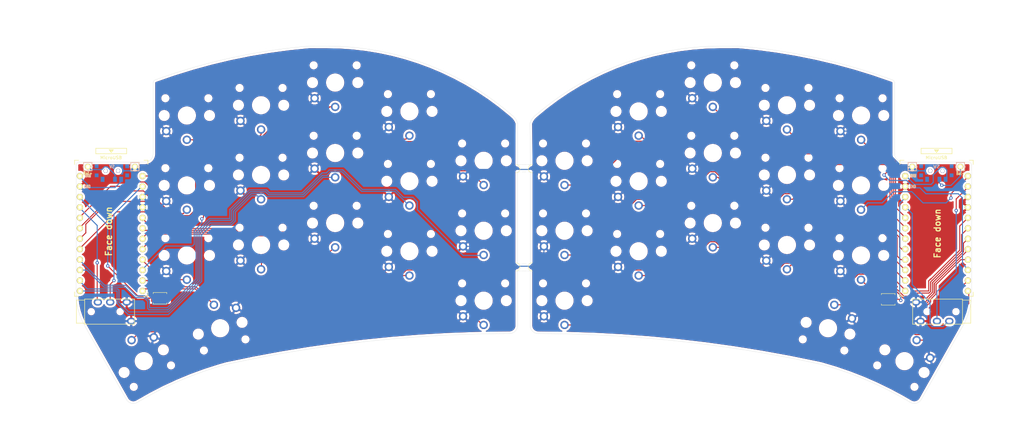
<source format=kicad_pcb>
(kicad_pcb (version 20171130) (host pcbnew "(5.1.10-1-10_14)")
  (layers (0 F.Cu signal) (31 B.Cu signal) (34 B.Paste user) (35 F.Paste user) (36 B.SilkS user) (37 F.SilkS user) (38 B.Mask user) (39 F.Mask user) (44 Edge.Cuts user))
  (net 0 "")
  (net 1 BT+)
  (net 2 gnd)
  (net 3 vcc)
  (net 4 Switch18)
  (net 5 reset)
  (net 6 Switch1)
  (net 7 Switch2)
  (net 8 Switch3)
  (net 9 Switch4)
  (net 10 Switch5)
  (net 11 Switch6)
  (net 12 Switch7)
  (net 13 Switch8)
  (net 14 Switch9)
  (net 15 Switch10)
  (net 16 Switch11)
  (net 17 Switch12)
  (net 18 Switch13)
  (net 19 Switch14)
  (net 20 Switch15)
  (net 21 Switch16)
  (net 22 Switch17)
  (net 23 "Net-(SW_POWER1-Pad1)")
  (net 24 raw)
  (net 25 BT+_r)
  (net 26 Switch18_r)
  (net 27 reset_r)
  (net 28 Switch9_r)
  (net 29 Switch10_r)
  (net 30 Switch11_r)
  (net 31 Switch12_r)
  (net 32 Switch13_r)
  (net 33 Switch14_r)
  (net 34 Switch15_r)
  (net 35 Switch16_r)
  (net 36 Switch17_r)
  (net 37 Switch1_r)
  (net 38 Switch2_r)
  (net 39 Switch3_r)
  (net 40 Switch4_r)
  (net 41 Switch5_r)
  (net 42 Switch6_r)
  (net 43 Switch7_r)
  (net 44 Switch8_r)
  (net 45 "Net-(SW_POWERR1-Pad1)")
  (module kbd:mouse-bite-2mm-slot-with-space-for-track (layer F.Cu) (at 130.556 43.688)
    (fp_text reference mouse-bite-2mm-slot hide)
    (fp_text value VAL** hide)
    (pad "" np_thru_hole circle (at 0.75 -0.75) (size 0.5 0.5) (drill 0.5) (layers *.Cu *.Mask))
    (pad "" np_thru_hole circle (at 0.75 0.75) (size 0.5 0.5) (drill 0.5) (layers *.Cu *.Mask))
    (pad "" np_thru_hole circle (at -0.75 0.75) (size 0.5 0.5) (drill 0.5) (layers *.Cu *.Mask))
    (pad "" np_thru_hole circle (at -0.75 -0.75) (size 0.5 0.5) (drill 0.5) (layers *.Cu *.Mask))
  )
  (module kbd:ProMicro_v3_min (layer F.Cu) (at 230.686 59.944)
    (fp_text reference U1 hide)
    (fp_text value ProMicro-kbd hide)
    (fp_text user GND (at -5.77 -11.88) (layer B.SilkS) (effects (font (size 0.75 0.5) (thickness 0.125)) (justify mirror)))
    (fp_text user GND (at -5.77 -11.91) (layer F.SilkS) (effects (font (size 0.75 0.5) (thickness 0.125))))
    (fp_text user RAW (at -5.67 -14.52) (layer F.SilkS) (effects (font (size 0.75 0.5) (thickness 0.125))))
    (fp_text user MicroUSB (at -0.05 -18.95) (layer F.SilkS) (effects (font (size 0.75 0.75) (thickness 0.12))))
    (fp_text user RAW (at -5.64 -14.52 unlocked) (layer B.SilkS) (effects (font (size 0.75 0.5) (thickness 0.125)) (justify mirror)))
    (fp_text user "" (at -0.5 -17.25) (layer F.SilkS))
    (fp_text user "" (at -1.2065 -16.256) (layer B.SilkS) (effects (justify mirror)))
    (pad 1 thru_hole circle (at 7.6114 -14.478) (size 1.524 1.524) (drill 0.8128) (layers *.Cu F.SilkS B.Mask) (net 15 Switch10))
    (pad 2 thru_hole circle (at 7.6114 -11.938) (size 1.524 1.524) (drill 0.8128) (layers *.Cu F.SilkS B.Mask) (net 4 Switch18))
    (pad 3 thru_hole circle (at 7.6114 -9.398) (size 1.524 1.524) (drill 0.8128) (layers *.Cu F.SilkS B.Mask) (net 2 gnd))
    (pad 4 thru_hole circle (at 7.6114 -6.858) (size 1.524 1.524) (drill 0.8128) (layers *.Cu F.SilkS B.Mask) (net 2 gnd))
    (pad 5 thru_hole circle (at 7.6114 -4.318) (size 1.524 1.524) (drill 0.8128) (layers *.Cu F.SilkS B.Mask) (net 16 Switch11))
    (pad 6 thru_hole circle (at 7.6114 -1.778) (size 1.524 1.524) (drill 0.8128) (layers *.Cu F.SilkS B.Mask) (net 17 Switch12))
    (pad 7 thru_hole circle (at 7.6114 0.762) (size 1.524 1.524) (drill 0.8128) (layers *.Cu F.SilkS B.Mask) (net 18 Switch13))
    (pad 8 thru_hole circle (at 7.6114 3.302) (size 1.524 1.524) (drill 0.8128) (layers *.Cu F.SilkS B.Mask) (net 19 Switch14))
    (pad 9 thru_hole circle (at 7.6114 5.842) (size 1.524 1.524) (drill 0.8128) (layers *.Cu F.SilkS B.Mask) (net 20 Switch15))
    (pad 10 thru_hole circle (at 7.6114 8.382) (size 1.524 1.524) (drill 0.8128) (layers *.Cu F.SilkS B.Mask) (net 6 Switch1))
    (pad 11 thru_hole circle (at 7.6114 10.922) (size 1.524 1.524) (drill 0.8128) (layers *.Cu F.SilkS B.Mask) (net 21 Switch16))
    (pad 12 thru_hole circle (at 7.6114 13.462) (size 1.524 1.524) (drill 0.8128) (layers *.Cu F.SilkS B.Mask) (net 22 Switch17))
    (pad 13 thru_hole circle (at -7.6086 13.462) (size 1.524 1.524) (drill 0.8128) (layers *.Cu F.SilkS B.Mask) (net 14 Switch9))
    (pad 14 thru_hole circle (at -7.6086 10.922) (size 1.524 1.524) (drill 0.8128) (layers *.Cu F.SilkS B.Mask) (net 13 Switch8))
    (pad 15 thru_hole circle (at -7.6086 8.382) (size 1.524 1.524) (drill 0.8128) (layers *.Cu F.SilkS B.Mask) (net 12 Switch7))
    (pad 16 thru_hole circle (at -7.6086 5.842) (size 1.524 1.524) (drill 0.8128) (layers *.Cu F.SilkS B.Mask) (net 11 Switch6))
    (pad 17 thru_hole circle (at -7.6086 3.302) (size 1.524 1.524) (drill 0.8128) (layers *.Cu F.SilkS B.Mask) (net 7 Switch2))
    (pad 18 thru_hole circle (at -7.6086 0.762) (size 1.524 1.524) (drill 0.8128) (layers *.Cu F.SilkS B.Mask) (net 8 Switch3))
    (pad 19 thru_hole circle (at -7.6086 -1.778) (size 1.524 1.524) (drill 0.8128) (layers *.Cu F.SilkS B.Mask) (net 9 Switch4))
    (pad 20 thru_hole circle (at -7.6086 -4.318) (size 1.524 1.524) (drill 0.8128) (layers *.Cu F.SilkS B.Mask) (net 10 Switch5))
    (pad 21 thru_hole circle (at -7.6086 -6.858) (size 1.524 1.524) (drill 0.8128) (layers *.Cu F.SilkS B.Mask) (net 3 vcc))
    (pad 22 thru_hole circle (at -7.6086 -9.398) (size 1.524 1.524) (drill 0.8128) (layers *.Cu F.SilkS B.Mask) (net 5 reset))
    (pad 23 thru_hole circle (at -7.6086 -11.938) (size 1.524 1.524) (drill 0.8128) (layers *.Cu F.SilkS B.Mask) (net 2 gnd))
    (pad 24 thru_hole circle (at -7.6086 -14.478) (size 1.524 1.524) (drill 0.8128) (layers *.Cu F.SilkS B.Mask) (net 24 raw))
  )
  (module kbd:ProMicro_v3_min (layer F.Cu) (at 30.326 59.944)
    (fp_text reference U2 hide)
    (fp_text value ProMicro-kbd hide)
    (fp_text user GND (at -5.77 -11.88) (layer B.SilkS) (effects (font (size 0.75 0.5) (thickness 0.125)) (justify mirror)))
    (fp_text user GND (at -5.77 -11.91) (layer F.SilkS) (effects (font (size 0.75 0.5) (thickness 0.125))))
    (fp_text user RAW (at -5.67 -14.52) (layer F.SilkS) (effects (font (size 0.75 0.5) (thickness 0.125))))
    (fp_text user MicroUSB (at -0.05 -18.95) (layer F.SilkS) (effects (font (size 0.75 0.75) (thickness 0.12))))
    (fp_text user RAW (at -5.64 -14.52 unlocked) (layer B.SilkS) (effects (font (size 0.75 0.5) (thickness 0.125)) (justify mirror)))
    (fp_text user "" (at -0.5 -17.25) (layer F.SilkS))
    (fp_text user "" (at -1.2065 -16.256) (layer B.SilkS) (effects (justify mirror)))
    (pad 1 thru_hole circle (at 7.6114 -14.478) (size 1.524 1.524) (drill 0.8128) (layers *.Cu F.SilkS B.Mask) (net 29 Switch10_r))
    (pad 2 thru_hole circle (at 7.6114 -11.938) (size 1.524 1.524) (drill 0.8128) (layers *.Cu F.SilkS B.Mask) (net 26 Switch18_r))
    (pad 3 thru_hole circle (at 7.6114 -9.398) (size 1.524 1.524) (drill 0.8128) (layers *.Cu F.SilkS B.Mask) (net 2 gnd))
    (pad 4 thru_hole circle (at 7.6114 -6.858) (size 1.524 1.524) (drill 0.8128) (layers *.Cu F.SilkS B.Mask) (net 2 gnd))
    (pad 5 thru_hole circle (at 7.6114 -4.318) (size 1.524 1.524) (drill 0.8128) (layers *.Cu F.SilkS B.Mask) (net 30 Switch11_r))
    (pad 6 thru_hole circle (at 7.6114 -1.778) (size 1.524 1.524) (drill 0.8128) (layers *.Cu F.SilkS B.Mask) (net 31 Switch12_r))
    (pad 7 thru_hole circle (at 7.6114 0.762) (size 1.524 1.524) (drill 0.8128) (layers *.Cu F.SilkS B.Mask) (net 32 Switch13_r))
    (pad 8 thru_hole circle (at 7.6114 3.302) (size 1.524 1.524) (drill 0.8128) (layers *.Cu F.SilkS B.Mask) (net 33 Switch14_r))
    (pad 9 thru_hole circle (at 7.6114 5.842) (size 1.524 1.524) (drill 0.8128) (layers *.Cu F.SilkS B.Mask) (net 34 Switch15_r))
    (pad 10 thru_hole circle (at 7.6114 8.382) (size 1.524 1.524) (drill 0.8128) (layers *.Cu F.SilkS B.Mask) (net 37 Switch1_r))
    (pad 11 thru_hole circle (at 7.6114 10.922) (size 1.524 1.524) (drill 0.8128) (layers *.Cu F.SilkS B.Mask) (net 35 Switch16_r))
    (pad 12 thru_hole circle (at 7.6114 13.462) (size 1.524 1.524) (drill 0.8128) (layers *.Cu F.SilkS B.Mask) (net 36 Switch17_r))
    (pad 13 thru_hole circle (at -7.6086 13.462) (size 1.524 1.524) (drill 0.8128) (layers *.Cu F.SilkS B.Mask) (net 28 Switch9_r))
    (pad 14 thru_hole circle (at -7.6086 10.922) (size 1.524 1.524) (drill 0.8128) (layers *.Cu F.SilkS B.Mask) (net 44 Switch8_r))
    (pad 15 thru_hole circle (at -7.6086 8.382) (size 1.524 1.524) (drill 0.8128) (layers *.Cu F.SilkS B.Mask) (net 43 Switch7_r))
    (pad 16 thru_hole circle (at -7.6086 5.842) (size 1.524 1.524) (drill 0.8128) (layers *.Cu F.SilkS B.Mask) (net 42 Switch6_r))
    (pad 17 thru_hole circle (at -7.6086 3.302) (size 1.524 1.524) (drill 0.8128) (layers *.Cu F.SilkS B.Mask) (net 38 Switch2_r))
    (pad 18 thru_hole circle (at -7.6086 0.762) (size 1.524 1.524) (drill 0.8128) (layers *.Cu F.SilkS B.Mask) (net 39 Switch3_r))
    (pad 19 thru_hole circle (at -7.6086 -1.778) (size 1.524 1.524) (drill 0.8128) (layers *.Cu F.SilkS B.Mask) (net 40 Switch4_r))
    (pad 20 thru_hole circle (at -7.6086 -4.318) (size 1.524 1.524) (drill 0.8128) (layers *.Cu F.SilkS B.Mask) (net 41 Switch5_r))
    (pad 21 thru_hole circle (at -7.6086 -6.858) (size 1.524 1.524) (drill 0.8128) (layers *.Cu F.SilkS B.Mask) (net 3 vcc))
    (pad 22 thru_hole circle (at -7.6086 -9.398) (size 1.524 1.524) (drill 0.8128) (layers *.Cu F.SilkS B.Mask) (net 27 reset_r))
    (pad 23 thru_hole circle (at -7.6086 -11.938) (size 1.524 1.524) (drill 0.8128) (layers *.Cu F.SilkS B.Mask) (net 2 gnd))
    (pad 24 thru_hole circle (at -7.6086 -14.478) (size 1.524 1.524) (drill 0.8128) (layers *.Cu F.SilkS B.Mask) (net 24 raw))
  )
  (module Kailh:TRRS-PJ-320A (layer F.Cu) (at 23.876 78.432 90)
    (fp_text reference J1)
    (fp_text value AudioJack4dpb hide)
    (pad R1 thru_hole oval (at 2.3 6.2 90) (size 1.6 2) (drill oval 0.9 1.3) (layers *.Cu *.Mask) (net 26 Switch18_r))
    (pad "" np_thru_hole circle (at 0 1.6 90) (size 0.8 0.8) (drill 0.8) (layers *.Cu *.Mask))
    (pad "" np_thru_hole circle (at 0 8.6 90) (size 0.8 0.8) (drill 0.8) (layers *.Cu *.Mask))
    (pad R2 thru_hole oval (at 2.3 3.2 90) (size 1.6 2) (drill oval 0.9 1.3) (layers *.Cu *.Mask) (net 3 vcc))
    (pad T thru_hole oval (at 2.3 10.2 90) (size 1.6 2) (drill oval 0.9 1.3) (layers *.Cu *.Mask) (net 2 gnd))
    (pad S thru_hole oval (at -2.3 11.3 90) (size 1.6 2) (drill oval 0.9 1.3) (layers *.Cu *.Mask) (net 2 gnd))
  )
  (module Kailh:TRRS-PJ-320A (layer F.Cu) (at 236.982 78.432 270)
    (fp_text reference J2)
    (fp_text value AudioJack4dpb hide)
    (pad R1 thru_hole oval (at 2.3 6.2 270) (size 1.6 2) (drill oval 0.9 1.3) (layers *.Cu *.Mask) (net 4 Switch18))
    (pad "" np_thru_hole circle (at 0 1.6 270) (size 0.8 0.8) (drill 0.8) (layers *.Cu *.Mask))
    (pad "" np_thru_hole circle (at 0 8.6 270) (size 0.8 0.8) (drill 0.8) (layers *.Cu *.Mask))
    (pad R2 thru_hole oval (at 2.3 3.2 270) (size 1.6 2) (drill oval 0.9 1.3) (layers *.Cu *.Mask) (net 3 vcc))
    (pad T thru_hole oval (at 2.3 10.2 270) (size 1.6 2) (drill oval 0.9 1.3) (layers *.Cu *.Mask) (net 2 gnd))
    (pad S thru_hole oval (at -2.3 11.3 270) (size 1.6 2) (drill oval 0.9 1.3) (layers *.Cu *.Mask) (net 2 gnd))
  )
  (module Kailh:SPDT_C128955 (layer B.Cu) (at 230.632 44.196 180)
    (fp_text reference SW (at 0 1) (layer B.SilkS) (effects (font (size 0.75 0.75)) (justify mirror)))
    (fp_text value SW_SPDT)
    (pad 0 smd rect (at -3.7 1.1 180) (size 0.9 0.9) (layers B.Cu B.Paste B.Mask))
    (pad 0 smd rect (at -3.7 -1.1 180) (size 0.9 0.9) (layers B.Cu B.Paste B.Mask))
    (pad 0 smd rect (at 3.7 -1.1 180) (size 0.9 0.9) (layers B.Cu B.Paste B.Mask))
    (pad 0 smd rect (at 3.7 1.1 180) (size 0.9 0.9) (layers B.Cu B.Paste B.Mask))
    (pad 1 smd rect (at 2.25 -2.075 180) (size 0.9 1.25) (layers B.Cu B.Paste B.Mask) (net 45 "Net-(SW_POWERR1-Pad1)"))
    (pad 3 smd rect (at -2.25 -2.075 180) (size 0.9 1.25) (layers B.Cu B.Paste B.Mask) (net 24 raw))
    (pad 2 smd rect (at -0.75 -2.075 180) (size 0.9 1.25) (layers B.Cu B.Paste B.Mask) (net 25 BT+_r))
    (pad "" np_thru_hole circle (at -1.5 0 180) (size 1 1) (drill 0.9) (layers *.Cu *.Mask))
    (pad "" np_thru_hole circle (at 1.5 0 180) (size 1 1) (drill 0.9) (layers *.Cu *.Mask))
  )
  (module Kailh:SPDT_C128955 (layer B.Cu) (at 30.48 44.196 180)
    (fp_text reference SW (at 0 1) (layer B.SilkS) (effects (font (size 0.75 0.6)) (justify mirror)))
    (fp_text value SW_SPDT)
    (pad 0 smd rect (at -3.7 1.1 180) (size 0.9 0.9) (layers B.Cu B.Paste B.Mask))
    (pad 0 smd rect (at -3.7 -1.1 180) (size 0.9 0.9) (layers B.Cu B.Paste B.Mask))
    (pad 0 smd rect (at 3.7 -1.1 180) (size 0.9 0.9) (layers B.Cu B.Paste B.Mask))
    (pad 0 smd rect (at 3.7 1.1 180) (size 0.9 0.9) (layers B.Cu B.Paste B.Mask))
    (pad 1 smd rect (at 2.25 -2.075 180) (size 0.9 1.25) (layers B.Cu B.Paste B.Mask) (net 23 "Net-(SW_POWER1-Pad1)"))
    (pad 3 smd rect (at -2.25 -2.075 180) (size 0.9 1.25) (layers B.Cu B.Paste B.Mask) (net 24 raw))
    (pad 2 smd rect (at -0.75 -2.075 180) (size 0.9 1.25) (layers B.Cu B.Paste B.Mask) (net 1 BT+))
    (pad "" np_thru_hole circle (at -1.5 0 180) (size 1 1) (drill 0.9) (layers *.Cu *.Mask))
    (pad "" np_thru_hole circle (at 1.5 0 180) (size 1 1) (drill 0.9) (layers *.Cu *.Mask))
  )
  (module Kailh:SW_PG1350_nonrev_DPB (layer F.Cu) (at 140.364 41.762)
    (fp_text reference SW2 hide)
    (fp_text value SW_Push hide)
    (pad "" np_thru_hole circle (at -5.22 -4.2) (size 0.9906 0.9906) (drill 0.9906) (layers *.Cu *.Mask))
    (pad "" np_thru_hole circle (at 0 0) (size 3.429 3.429) (drill 3.429) (layers *.Cu *.Mask))
    (pad 2 thru_hole circle (at -5 3.8) (size 2.032 2.032) (drill 1.27) (layers *.Cu *.Mask) (net 2 gnd))
    (pad 1 thru_hole circle (at 0 5.9) (size 2.032 2.032) (drill 1.27) (layers *.Cu *.Mask) (net 6 Switch1))
    (pad "" np_thru_hole circle (at 5.22 -4.2) (size 0.9906 0.9906) (drill 0.9906) (layers *.Cu *.Mask))
    (pad "" np_thru_hole circle (at 5.5 0) (size 1.7018 1.7018) (drill 1.7018) (layers *.Cu *.Mask))
    (pad "" np_thru_hole circle (at -5.5 0) (size 1.7018 1.7018) (drill 1.7018) (layers *.Cu *.Mask))
  )
  (module Kailh:SW_PG1350_nonrev_DPB (layer F.Cu) (at 158.364 29.762)
    (fp_text reference SW3 hide)
    (fp_text value SW_Push hide)
    (pad "" np_thru_hole circle (at -5.22 -4.2) (size 0.9906 0.9906) (drill 0.9906) (layers *.Cu *.Mask))
    (pad "" np_thru_hole circle (at 0 0) (size 3.429 3.429) (drill 3.429) (layers *.Cu *.Mask))
    (pad 2 thru_hole circle (at -5 3.8) (size 2.032 2.032) (drill 1.27) (layers *.Cu *.Mask) (net 2 gnd))
    (pad 1 thru_hole circle (at 0 5.9) (size 2.032 2.032) (drill 1.27) (layers *.Cu *.Mask) (net 7 Switch2))
    (pad "" np_thru_hole circle (at 5.22 -4.2) (size 0.9906 0.9906) (drill 0.9906) (layers *.Cu *.Mask))
    (pad "" np_thru_hole circle (at 5.5 0) (size 1.7018 1.7018) (drill 1.7018) (layers *.Cu *.Mask))
    (pad "" np_thru_hole circle (at -5.5 0) (size 1.7018 1.7018) (drill 1.7018) (layers *.Cu *.Mask))
  )
  (module Kailh:SW_PG1350_nonrev_DPB (layer F.Cu) (at 176.364 22.762)
    (fp_text reference SW4 hide)
    (fp_text value SW_Push hide)
    (pad "" np_thru_hole circle (at -5.22 -4.2) (size 0.9906 0.9906) (drill 0.9906) (layers *.Cu *.Mask))
    (pad "" np_thru_hole circle (at 0 0) (size 3.429 3.429) (drill 3.429) (layers *.Cu *.Mask))
    (pad 2 thru_hole circle (at -5 3.8) (size 2.032 2.032) (drill 1.27) (layers *.Cu *.Mask) (net 2 gnd))
    (pad 1 thru_hole circle (at 0 5.9) (size 2.032 2.032) (drill 1.27) (layers *.Cu *.Mask) (net 8 Switch3))
    (pad "" np_thru_hole circle (at 5.22 -4.2) (size 0.9906 0.9906) (drill 0.9906) (layers *.Cu *.Mask))
    (pad "" np_thru_hole circle (at 5.5 0) (size 1.7018 1.7018) (drill 1.7018) (layers *.Cu *.Mask))
    (pad "" np_thru_hole circle (at -5.5 0) (size 1.7018 1.7018) (drill 1.7018) (layers *.Cu *.Mask))
  )
  (module Kailh:SW_PG1350_nonrev_DPB (layer F.Cu) (at 194.364 28.262)
    (fp_text reference SW5 hide)
    (fp_text value SW_Push hide)
    (pad "" np_thru_hole circle (at -5.22 -4.2) (size 0.9906 0.9906) (drill 0.9906) (layers *.Cu *.Mask))
    (pad "" np_thru_hole circle (at 0 0) (size 3.429 3.429) (drill 3.429) (layers *.Cu *.Mask))
    (pad 2 thru_hole circle (at -5 3.8) (size 2.032 2.032) (drill 1.27) (layers *.Cu *.Mask) (net 2 gnd))
    (pad 1 thru_hole circle (at 0 5.9) (size 2.032 2.032) (drill 1.27) (layers *.Cu *.Mask) (net 9 Switch4))
    (pad "" np_thru_hole circle (at 5.22 -4.2) (size 0.9906 0.9906) (drill 0.9906) (layers *.Cu *.Mask))
    (pad "" np_thru_hole circle (at 5.5 0) (size 1.7018 1.7018) (drill 1.7018) (layers *.Cu *.Mask))
    (pad "" np_thru_hole circle (at -5.5 0) (size 1.7018 1.7018) (drill 1.7018) (layers *.Cu *.Mask))
  )
  (module Kailh:SW_PG1350_nonrev_DPB (layer F.Cu) (at 212.364 30.762)
    (fp_text reference SW6 hide)
    (fp_text value SW_Push hide)
    (pad "" np_thru_hole circle (at -5.22 -4.2) (size 0.9906 0.9906) (drill 0.9906) (layers *.Cu *.Mask))
    (pad "" np_thru_hole circle (at 0 0) (size 3.429 3.429) (drill 3.429) (layers *.Cu *.Mask))
    (pad 2 thru_hole circle (at -5 3.8) (size 2.032 2.032) (drill 1.27) (layers *.Cu *.Mask) (net 2 gnd))
    (pad 1 thru_hole circle (at 0 5.9) (size 2.032 2.032) (drill 1.27) (layers *.Cu *.Mask) (net 10 Switch5))
    (pad "" np_thru_hole circle (at 5.22 -4.2) (size 0.9906 0.9906) (drill 0.9906) (layers *.Cu *.Mask))
    (pad "" np_thru_hole circle (at 5.5 0) (size 1.7018 1.7018) (drill 1.7018) (layers *.Cu *.Mask))
    (pad "" np_thru_hole circle (at -5.5 0) (size 1.7018 1.7018) (drill 1.7018) (layers *.Cu *.Mask))
  )
  (module Kailh:SW_PG1350_nonrev_DPB (layer F.Cu) (at 140.364 58.762)
    (fp_text reference SW8 hide)
    (fp_text value SW_Push hide)
    (pad "" np_thru_hole circle (at -5.22 -4.2) (size 0.9906 0.9906) (drill 0.9906) (layers *.Cu *.Mask))
    (pad "" np_thru_hole circle (at 0 0) (size 3.429 3.429) (drill 3.429) (layers *.Cu *.Mask))
    (pad 2 thru_hole circle (at -5 3.8) (size 2.032 2.032) (drill 1.27) (layers *.Cu *.Mask) (net 2 gnd))
    (pad 1 thru_hole circle (at 0 5.9) (size 2.032 2.032) (drill 1.27) (layers *.Cu *.Mask) (net 11 Switch6))
    (pad "" np_thru_hole circle (at 5.22 -4.2) (size 0.9906 0.9906) (drill 0.9906) (layers *.Cu *.Mask))
    (pad "" np_thru_hole circle (at 5.5 0) (size 1.7018 1.7018) (drill 1.7018) (layers *.Cu *.Mask))
    (pad "" np_thru_hole circle (at -5.5 0) (size 1.7018 1.7018) (drill 1.7018) (layers *.Cu *.Mask))
  )
  (module Kailh:SW_PG1350_nonrev_DPB (layer F.Cu) (at 158.364 46.736)
    (fp_text reference SW9 hide)
    (fp_text value SW_Push hide)
    (pad "" np_thru_hole circle (at -5.22 -4.2) (size 0.9906 0.9906) (drill 0.9906) (layers *.Cu *.Mask))
    (pad "" np_thru_hole circle (at 0 0) (size 3.429 3.429) (drill 3.429) (layers *.Cu *.Mask))
    (pad 2 thru_hole circle (at -5 3.8) (size 2.032 2.032) (drill 1.27) (layers *.Cu *.Mask) (net 2 gnd))
    (pad 1 thru_hole circle (at 0 5.9) (size 2.032 2.032) (drill 1.27) (layers *.Cu *.Mask) (net 12 Switch7))
    (pad "" np_thru_hole circle (at 5.22 -4.2) (size 0.9906 0.9906) (drill 0.9906) (layers *.Cu *.Mask))
    (pad "" np_thru_hole circle (at 5.5 0) (size 1.7018 1.7018) (drill 1.7018) (layers *.Cu *.Mask))
    (pad "" np_thru_hole circle (at -5.5 0) (size 1.7018 1.7018) (drill 1.7018) (layers *.Cu *.Mask))
  )
  (module Kailh:SW_PG1350_nonrev_DPB (layer F.Cu) (at 194.364 45.212)
    (fp_text reference SW11 hide)
    (fp_text value SW_Push hide)
    (pad "" np_thru_hole circle (at -5.22 -4.2) (size 0.9906 0.9906) (drill 0.9906) (layers *.Cu *.Mask))
    (pad "" np_thru_hole circle (at 0 0) (size 3.429 3.429) (drill 3.429) (layers *.Cu *.Mask))
    (pad 2 thru_hole circle (at -5 3.8) (size 2.032 2.032) (drill 1.27) (layers *.Cu *.Mask) (net 2 gnd))
    (pad 1 thru_hole circle (at 0 5.9) (size 2.032 2.032) (drill 1.27) (layers *.Cu *.Mask) (net 14 Switch9))
    (pad "" np_thru_hole circle (at 5.22 -4.2) (size 0.9906 0.9906) (drill 0.9906) (layers *.Cu *.Mask))
    (pad "" np_thru_hole circle (at 5.5 0) (size 1.7018 1.7018) (drill 1.7018) (layers *.Cu *.Mask))
    (pad "" np_thru_hole circle (at -5.5 0) (size 1.7018 1.7018) (drill 1.7018) (layers *.Cu *.Mask))
  )
  (module Kailh:SW_PG1350_nonrev_DPB (layer F.Cu) (at 212.344 47.752)
    (fp_text reference SW12 hide)
    (fp_text value SW_Push hide)
    (pad "" np_thru_hole circle (at -5.22 -4.2) (size 0.9906 0.9906) (drill 0.9906) (layers *.Cu *.Mask))
    (pad "" np_thru_hole circle (at 0 0) (size 3.429 3.429) (drill 3.429) (layers *.Cu *.Mask))
    (pad 2 thru_hole circle (at -5 3.8) (size 2.032 2.032) (drill 1.27) (layers *.Cu *.Mask) (net 2 gnd))
    (pad 1 thru_hole circle (at 0 5.9) (size 2.032 2.032) (drill 1.27) (layers *.Cu *.Mask) (net 15 Switch10))
    (pad "" np_thru_hole circle (at 5.22 -4.2) (size 0.9906 0.9906) (drill 0.9906) (layers *.Cu *.Mask))
    (pad "" np_thru_hole circle (at 5.5 0) (size 1.7018 1.7018) (drill 1.7018) (layers *.Cu *.Mask))
    (pad "" np_thru_hole circle (at -5.5 0) (size 1.7018 1.7018) (drill 1.7018) (layers *.Cu *.Mask))
  )
  (module Kailh:SW_PG1350_nonrev_DPB (layer F.Cu) (at 140.364 75.762)
    (fp_text reference SW14 hide)
    (fp_text value SW_Push hide)
    (pad "" np_thru_hole circle (at -5.22 -4.2) (size 0.9906 0.9906) (drill 0.9906) (layers *.Cu *.Mask))
    (pad "" np_thru_hole circle (at 0 0) (size 3.429 3.429) (drill 3.429) (layers *.Cu *.Mask))
    (pad 2 thru_hole circle (at -5 3.8) (size 2.032 2.032) (drill 1.27) (layers *.Cu *.Mask) (net 2 gnd))
    (pad 1 thru_hole circle (at 0 5.9) (size 2.032 2.032) (drill 1.27) (layers *.Cu *.Mask) (net 16 Switch11))
    (pad "" np_thru_hole circle (at 5.22 -4.2) (size 0.9906 0.9906) (drill 0.9906) (layers *.Cu *.Mask))
    (pad "" np_thru_hole circle (at 5.5 0) (size 1.7018 1.7018) (drill 1.7018) (layers *.Cu *.Mask))
    (pad "" np_thru_hole circle (at -5.5 0) (size 1.7018 1.7018) (drill 1.7018) (layers *.Cu *.Mask))
  )
  (module Kailh:SW_PG1350_nonrev_DPB (layer F.Cu) (at 158.364 63.754)
    (fp_text reference SW15 hide)
    (fp_text value SW_Push hide)
    (pad "" np_thru_hole circle (at -5.22 -4.2) (size 0.9906 0.9906) (drill 0.9906) (layers *.Cu *.Mask))
    (pad "" np_thru_hole circle (at 0 0) (size 3.429 3.429) (drill 3.429) (layers *.Cu *.Mask))
    (pad 2 thru_hole circle (at -5 3.8) (size 2.032 2.032) (drill 1.27) (layers *.Cu *.Mask) (net 2 gnd))
    (pad 1 thru_hole circle (at 0 5.9) (size 2.032 2.032) (drill 1.27) (layers *.Cu *.Mask) (net 17 Switch12))
    (pad "" np_thru_hole circle (at 5.22 -4.2) (size 0.9906 0.9906) (drill 0.9906) (layers *.Cu *.Mask))
    (pad "" np_thru_hole circle (at 5.5 0) (size 1.7018 1.7018) (drill 1.7018) (layers *.Cu *.Mask))
    (pad "" np_thru_hole circle (at -5.5 0) (size 1.7018 1.7018) (drill 1.7018) (layers *.Cu *.Mask))
  )
  (module Kailh:SW_PG1350_nonrev_DPB (layer F.Cu) (at 176.364 56.896)
    (fp_text reference SW16 hide)
    (fp_text value SW_Push hide)
    (pad "" np_thru_hole circle (at -5.22 -4.2) (size 0.9906 0.9906) (drill 0.9906) (layers *.Cu *.Mask))
    (pad "" np_thru_hole circle (at 0 0) (size 3.429 3.429) (drill 3.429) (layers *.Cu *.Mask))
    (pad 2 thru_hole circle (at -5 3.8) (size 2.032 2.032) (drill 1.27) (layers *.Cu *.Mask) (net 2 gnd))
    (pad 1 thru_hole circle (at 0 5.9) (size 2.032 2.032) (drill 1.27) (layers *.Cu *.Mask) (net 18 Switch13))
    (pad "" np_thru_hole circle (at 5.22 -4.2) (size 0.9906 0.9906) (drill 0.9906) (layers *.Cu *.Mask))
    (pad "" np_thru_hole circle (at 5.5 0) (size 1.7018 1.7018) (drill 1.7018) (layers *.Cu *.Mask))
    (pad "" np_thru_hole circle (at -5.5 0) (size 1.7018 1.7018) (drill 1.7018) (layers *.Cu *.Mask))
  )
  (module Kailh:SW_PG1350_nonrev_DPB (layer F.Cu) (at 194.364 62.23)
    (fp_text reference SW17 hide)
    (fp_text value SW_Push hide)
    (pad "" np_thru_hole circle (at -5.22 -4.2) (size 0.9906 0.9906) (drill 0.9906) (layers *.Cu *.Mask))
    (pad "" np_thru_hole circle (at 0 0) (size 3.429 3.429) (drill 3.429) (layers *.Cu *.Mask))
    (pad 2 thru_hole circle (at -5 3.8) (size 2.032 2.032) (drill 1.27) (layers *.Cu *.Mask) (net 2 gnd))
    (pad 1 thru_hole circle (at 0 5.9) (size 2.032 2.032) (drill 1.27) (layers *.Cu *.Mask) (net 19 Switch14))
    (pad "" np_thru_hole circle (at 5.22 -4.2) (size 0.9906 0.9906) (drill 0.9906) (layers *.Cu *.Mask))
    (pad "" np_thru_hole circle (at 5.5 0) (size 1.7018 1.7018) (drill 1.7018) (layers *.Cu *.Mask))
    (pad "" np_thru_hole circle (at -5.5 0) (size 1.7018 1.7018) (drill 1.7018) (layers *.Cu *.Mask))
  )
  (module Kailh:SW_PG1350_nonrev_DPB (layer F.Cu) (at 212.344 64.77)
    (fp_text reference SW18 hide)
    (fp_text value SW_Push hide)
    (pad "" np_thru_hole circle (at -5.22 -4.2) (size 0.9906 0.9906) (drill 0.9906) (layers *.Cu *.Mask))
    (pad "" np_thru_hole circle (at 0 0) (size 3.429 3.429) (drill 3.429) (layers *.Cu *.Mask))
    (pad 2 thru_hole circle (at -5 3.8) (size 2.032 2.032) (drill 1.27) (layers *.Cu *.Mask) (net 2 gnd))
    (pad 1 thru_hole circle (at 0 5.9) (size 2.032 2.032) (drill 1.27) (layers *.Cu *.Mask) (net 20 Switch15))
    (pad "" np_thru_hole circle (at 5.22 -4.2) (size 0.9906 0.9906) (drill 0.9906) (layers *.Cu *.Mask))
    (pad "" np_thru_hole circle (at 5.5 0) (size 1.7018 1.7018) (drill 1.7018) (layers *.Cu *.Mask))
    (pad "" np_thru_hole circle (at -5.5 0) (size 1.7018 1.7018) (drill 1.7018) (layers *.Cu *.Mask))
  )
  (module Kailh:SW_PG1350_nonrev_DPB (layer F.Cu) (at 222.894 90.462 150)
    (fp_text reference SW20 hide)
    (fp_text value SW_Push hide)
    (pad "" np_thru_hole circle (at -5.22 -4.2 150) (size 0.9906 0.9906) (drill 0.9906) (layers *.Cu *.Mask))
    (pad "" np_thru_hole circle (at 0 0 150) (size 3.429 3.429) (drill 3.429) (layers *.Cu *.Mask))
    (pad 2 thru_hole circle (at -5 3.8 150) (size 2.032 2.032) (drill 1.27) (layers *.Cu *.Mask) (net 2 gnd))
    (pad 1 thru_hole circle (at 0 5.9 150) (size 2.032 2.032) (drill 1.27) (layers *.Cu *.Mask) (net 22 Switch17))
    (pad "" np_thru_hole circle (at 5.22 -4.2 150) (size 0.9906 0.9906) (drill 0.9906) (layers *.Cu *.Mask))
    (pad "" np_thru_hole circle (at 5.5 0 150) (size 1.7018 1.7018) (drill 1.7018) (layers *.Cu *.Mask))
    (pad "" np_thru_hole circle (at -5.5 0 150) (size 1.7018 1.7018) (drill 1.7018) (layers *.Cu *.Mask))
  )
  (module Kailh:SW_PG1350_nonrev_DPB (layer F.Cu) (at 204.334 82.462 165)
    (fp_text reference SW21 hide)
    (fp_text value SW_Push hide)
    (pad "" np_thru_hole circle (at -5.22 -4.2 165) (size 0.9906 0.9906) (drill 0.9906) (layers *.Cu *.Mask))
    (pad "" np_thru_hole circle (at 0 0 165) (size 3.429 3.429) (drill 3.429) (layers *.Cu *.Mask))
    (pad 2 thru_hole circle (at -5 3.8 165) (size 2.032 2.032) (drill 1.27) (layers *.Cu *.Mask) (net 2 gnd))
    (pad 1 thru_hole circle (at 0 5.9 165) (size 2.032 2.032) (drill 1.27) (layers *.Cu *.Mask) (net 21 Switch16))
    (pad "" np_thru_hole circle (at 5.22 -4.2 165) (size 0.9906 0.9906) (drill 0.9906) (layers *.Cu *.Mask))
    (pad "" np_thru_hole circle (at 5.5 0 165) (size 1.7018 1.7018) (drill 1.7018) (layers *.Cu *.Mask))
    (pad "" np_thru_hole circle (at -5.5 0 165) (size 1.7018 1.7018) (drill 1.7018) (layers *.Cu *.Mask))
  )
  (module Kailh:SW_PG1350_nonrev_DPB (layer F.Cu) (at 66.7 45.212)
    (fp_text reference SW11_r1 hide)
    (fp_text value SW_Push hide)
    (pad "" np_thru_hole circle (at -5.22 -4.2) (size 0.9906 0.9906) (drill 0.9906) (layers *.Cu *.Mask))
    (pad "" np_thru_hole circle (at 0 0) (size 3.429 3.429) (drill 3.429) (layers *.Cu *.Mask))
    (pad 2 thru_hole circle (at -5 3.8) (size 2.032 2.032) (drill 1.27) (layers *.Cu *.Mask) (net 2 gnd))
    (pad 1 thru_hole circle (at 0 5.9) (size 2.032 2.032) (drill 1.27) (layers *.Cu *.Mask) (net 28 Switch9_r))
    (pad "" np_thru_hole circle (at 5.22 -4.2) (size 0.9906 0.9906) (drill 0.9906) (layers *.Cu *.Mask))
    (pad "" np_thru_hole circle (at 5.5 0) (size 1.7018 1.7018) (drill 1.7018) (layers *.Cu *.Mask))
    (pad "" np_thru_hole circle (at -5.5 0) (size 1.7018 1.7018) (drill 1.7018) (layers *.Cu *.Mask))
  )
  (module Kailh:SW_PG1350_nonrev_DPB (layer F.Cu) (at 48.686 47.752)
    (fp_text reference SW12_r1 hide)
    (fp_text value SW_Push hide)
    (pad "" np_thru_hole circle (at -5.22 -4.2) (size 0.9906 0.9906) (drill 0.9906) (layers *.Cu *.Mask))
    (pad "" np_thru_hole circle (at 0 0) (size 3.429 3.429) (drill 3.429) (layers *.Cu *.Mask))
    (pad 2 thru_hole circle (at -5 3.8) (size 2.032 2.032) (drill 1.27) (layers *.Cu *.Mask) (net 2 gnd))
    (pad 1 thru_hole circle (at 0 5.9) (size 2.032 2.032) (drill 1.27) (layers *.Cu *.Mask) (net 29 Switch10_r))
    (pad "" np_thru_hole circle (at 5.22 -4.2) (size 0.9906 0.9906) (drill 0.9906) (layers *.Cu *.Mask))
    (pad "" np_thru_hole circle (at 5.5 0) (size 1.7018 1.7018) (drill 1.7018) (layers *.Cu *.Mask))
    (pad "" np_thru_hole circle (at -5.5 0) (size 1.7018 1.7018) (drill 1.7018) (layers *.Cu *.Mask))
  )
  (module Kailh:SW_PG1350_nonrev_DPB (layer F.Cu) (at 120.732 75.762)
    (fp_text reference SW13_r1 hide)
    (fp_text value SW_Push hide)
    (pad "" np_thru_hole circle (at -5.22 -4.2) (size 0.9906 0.9906) (drill 0.9906) (layers *.Cu *.Mask))
    (pad "" np_thru_hole circle (at 0 0) (size 3.429 3.429) (drill 3.429) (layers *.Cu *.Mask))
    (pad 2 thru_hole circle (at -5 3.8) (size 2.032 2.032) (drill 1.27) (layers *.Cu *.Mask) (net 2 gnd))
    (pad 1 thru_hole circle (at 0 5.9) (size 2.032 2.032) (drill 1.27) (layers *.Cu *.Mask) (net 30 Switch11_r))
    (pad "" np_thru_hole circle (at 5.22 -4.2) (size 0.9906 0.9906) (drill 0.9906) (layers *.Cu *.Mask))
    (pad "" np_thru_hole circle (at 5.5 0) (size 1.7018 1.7018) (drill 1.7018) (layers *.Cu *.Mask))
    (pad "" np_thru_hole circle (at -5.5 0) (size 1.7018 1.7018) (drill 1.7018) (layers *.Cu *.Mask))
  )
  (module Kailh:SW_PG1350_nonrev_DPB (layer F.Cu) (at 84.688 56.896)
    (fp_text reference SW15_r1 hide)
    (fp_text value SW_Push hide)
    (pad "" np_thru_hole circle (at -5.22 -4.2) (size 0.9906 0.9906) (drill 0.9906) (layers *.Cu *.Mask))
    (pad "" np_thru_hole circle (at 0 0) (size 3.429 3.429) (drill 3.429) (layers *.Cu *.Mask))
    (pad 2 thru_hole circle (at -5 3.8) (size 2.032 2.032) (drill 1.27) (layers *.Cu *.Mask) (net 2 gnd))
    (pad 1 thru_hole circle (at 0 5.9) (size 2.032 2.032) (drill 1.27) (layers *.Cu *.Mask) (net 32 Switch13_r))
    (pad "" np_thru_hole circle (at 5.22 -4.2) (size 0.9906 0.9906) (drill 0.9906) (layers *.Cu *.Mask))
    (pad "" np_thru_hole circle (at 5.5 0) (size 1.7018 1.7018) (drill 1.7018) (layers *.Cu *.Mask))
    (pad "" np_thru_hole circle (at -5.5 0) (size 1.7018 1.7018) (drill 1.7018) (layers *.Cu *.Mask))
  )
  (module Kailh:SW_PG1350_nonrev_DPB (layer F.Cu) (at 66.7 62.23)
    (fp_text reference SW16_r1 hide)
    (fp_text value SW_Push hide)
    (pad "" np_thru_hole circle (at -5.22 -4.2) (size 0.9906 0.9906) (drill 0.9906) (layers *.Cu *.Mask))
    (pad "" np_thru_hole circle (at 0 0) (size 3.429 3.429) (drill 3.429) (layers *.Cu *.Mask))
    (pad 2 thru_hole circle (at -5 3.8) (size 2.032 2.032) (drill 1.27) (layers *.Cu *.Mask) (net 2 gnd))
    (pad 1 thru_hole circle (at 0 5.9) (size 2.032 2.032) (drill 1.27) (layers *.Cu *.Mask) (net 33 Switch14_r))
    (pad "" np_thru_hole circle (at 5.22 -4.2) (size 0.9906 0.9906) (drill 0.9906) (layers *.Cu *.Mask))
    (pad "" np_thru_hole circle (at 5.5 0) (size 1.7018 1.7018) (drill 1.7018) (layers *.Cu *.Mask))
    (pad "" np_thru_hole circle (at -5.5 0) (size 1.7018 1.7018) (drill 1.7018) (layers *.Cu *.Mask))
  )
  (module Kailh:SW_PG1350_nonrev_DPB (layer F.Cu) (at 48.686 64.77)
    (fp_text reference SW17_r1 hide)
    (fp_text value SW_Push hide)
    (pad "" np_thru_hole circle (at -5.22 -4.2) (size 0.9906 0.9906) (drill 0.9906) (layers *.Cu *.Mask))
    (pad "" np_thru_hole circle (at 0 0) (size 3.429 3.429) (drill 3.429) (layers *.Cu *.Mask))
    (pad 2 thru_hole circle (at -5 3.8) (size 2.032 2.032) (drill 1.27) (layers *.Cu *.Mask) (net 2 gnd))
    (pad 1 thru_hole circle (at 0 5.9) (size 2.032 2.032) (drill 1.27) (layers *.Cu *.Mask) (net 34 Switch15_r))
    (pad "" np_thru_hole circle (at 5.22 -4.2) (size 0.9906 0.9906) (drill 0.9906) (layers *.Cu *.Mask))
    (pad "" np_thru_hole circle (at 5.5 0) (size 1.7018 1.7018) (drill 1.7018) (layers *.Cu *.Mask))
    (pad "" np_thru_hole circle (at -5.5 0) (size 1.7018 1.7018) (drill 1.7018) (layers *.Cu *.Mask))
  )
  (module Kailh:SW_PG1350_nonrev_DPB (layer F.Cu) (at 102.714 63.754)
    (fp_text reference SW18_r1 hide)
    (fp_text value SW_Push hide)
    (pad "" np_thru_hole circle (at -5.22 -4.2) (size 0.9906 0.9906) (drill 0.9906) (layers *.Cu *.Mask))
    (pad "" np_thru_hole circle (at 0 0) (size 3.429 3.429) (drill 3.429) (layers *.Cu *.Mask))
    (pad 2 thru_hole circle (at -5 3.8) (size 2.032 2.032) (drill 1.27) (layers *.Cu *.Mask) (net 2 gnd))
    (pad 1 thru_hole circle (at 0 5.9) (size 2.032 2.032) (drill 1.27) (layers *.Cu *.Mask) (net 31 Switch12_r))
    (pad "" np_thru_hole circle (at 5.22 -4.2) (size 0.9906 0.9906) (drill 0.9906) (layers *.Cu *.Mask))
    (pad "" np_thru_hole circle (at 5.5 0) (size 1.7018 1.7018) (drill 1.7018) (layers *.Cu *.Mask))
    (pad "" np_thru_hole circle (at -5.5 0) (size 1.7018 1.7018) (drill 1.7018) (layers *.Cu *.Mask))
  )
  (module Kailh:SW_PG1350_nonrev_DPB (layer F.Cu) (at 120.732 41.762)
    (fp_text reference SW2_r1 hide)
    (fp_text value SW_Push hide)
    (pad "" np_thru_hole circle (at -5.22 -4.2) (size 0.9906 0.9906) (drill 0.9906) (layers *.Cu *.Mask))
    (pad "" np_thru_hole circle (at 0 0) (size 3.429 3.429) (drill 3.429) (layers *.Cu *.Mask))
    (pad 2 thru_hole circle (at -5 3.8) (size 2.032 2.032) (drill 1.27) (layers *.Cu *.Mask) (net 2 gnd))
    (pad 1 thru_hole circle (at 0 5.9) (size 2.032 2.032) (drill 1.27) (layers *.Cu *.Mask) (net 37 Switch1_r))
    (pad "" np_thru_hole circle (at 5.22 -4.2) (size 0.9906 0.9906) (drill 0.9906) (layers *.Cu *.Mask))
    (pad "" np_thru_hole circle (at 5.5 0) (size 1.7018 1.7018) (drill 1.7018) (layers *.Cu *.Mask))
    (pad "" np_thru_hole circle (at -5.5 0) (size 1.7018 1.7018) (drill 1.7018) (layers *.Cu *.Mask))
  )
  (module Kailh:SW_PG1350_nonrev_DPB (layer F.Cu) (at 102.714 29.762)
    (fp_text reference SW3_r1 hide)
    (fp_text value SW_Push hide)
    (pad "" np_thru_hole circle (at -5.22 -4.2) (size 0.9906 0.9906) (drill 0.9906) (layers *.Cu *.Mask))
    (pad "" np_thru_hole circle (at 0 0) (size 3.429 3.429) (drill 3.429) (layers *.Cu *.Mask))
    (pad 2 thru_hole circle (at -5 3.8) (size 2.032 2.032) (drill 1.27) (layers *.Cu *.Mask) (net 2 gnd))
    (pad 1 thru_hole circle (at 0 5.9) (size 2.032 2.032) (drill 1.27) (layers *.Cu *.Mask) (net 38 Switch2_r))
    (pad "" np_thru_hole circle (at 5.22 -4.2) (size 0.9906 0.9906) (drill 0.9906) (layers *.Cu *.Mask))
    (pad "" np_thru_hole circle (at 5.5 0) (size 1.7018 1.7018) (drill 1.7018) (layers *.Cu *.Mask))
    (pad "" np_thru_hole circle (at -5.5 0) (size 1.7018 1.7018) (drill 1.7018) (layers *.Cu *.Mask))
  )
  (module Kailh:SW_PG1350_nonrev_DPB (layer F.Cu) (at 84.688 22.762)
    (fp_text reference SW4_r1 hide)
    (fp_text value SW_Push hide)
    (pad "" np_thru_hole circle (at -5.22 -4.2) (size 0.9906 0.9906) (drill 0.9906) (layers *.Cu *.Mask))
    (pad "" np_thru_hole circle (at 0 0) (size 3.429 3.429) (drill 3.429) (layers *.Cu *.Mask))
    (pad 2 thru_hole circle (at -5 3.8) (size 2.032 2.032) (drill 1.27) (layers *.Cu *.Mask) (net 2 gnd))
    (pad 1 thru_hole circle (at 0 5.9) (size 2.032 2.032) (drill 1.27) (layers *.Cu *.Mask) (net 39 Switch3_r))
    (pad "" np_thru_hole circle (at 5.22 -4.2) (size 0.9906 0.9906) (drill 0.9906) (layers *.Cu *.Mask))
    (pad "" np_thru_hole circle (at 5.5 0) (size 1.7018 1.7018) (drill 1.7018) (layers *.Cu *.Mask))
    (pad "" np_thru_hole circle (at -5.5 0) (size 1.7018 1.7018) (drill 1.7018) (layers *.Cu *.Mask))
  )
  (module Kailh:SW_PG1350_nonrev_DPB (layer F.Cu) (at 66.7 28.262)
    (fp_text reference SW5_r1 hide)
    (fp_text value SW_Push hide)
    (pad "" np_thru_hole circle (at -5.22 -4.2) (size 0.9906 0.9906) (drill 0.9906) (layers *.Cu *.Mask))
    (pad "" np_thru_hole circle (at 0 0) (size 3.429 3.429) (drill 3.429) (layers *.Cu *.Mask))
    (pad 2 thru_hole circle (at -5 3.8) (size 2.032 2.032) (drill 1.27) (layers *.Cu *.Mask) (net 2 gnd))
    (pad 1 thru_hole circle (at 0 5.9) (size 2.032 2.032) (drill 1.27) (layers *.Cu *.Mask) (net 40 Switch4_r))
    (pad "" np_thru_hole circle (at 5.22 -4.2) (size 0.9906 0.9906) (drill 0.9906) (layers *.Cu *.Mask))
    (pad "" np_thru_hole circle (at 5.5 0) (size 1.7018 1.7018) (drill 1.7018) (layers *.Cu *.Mask))
    (pad "" np_thru_hole circle (at -5.5 0) (size 1.7018 1.7018) (drill 1.7018) (layers *.Cu *.Mask))
  )
  (module Kailh:SW_PG1350_nonrev_DPB (layer F.Cu) (at 48.686 30.762)
    (fp_text reference SW6_r1 hide)
    (fp_text value SW_Push hide)
    (pad "" np_thru_hole circle (at -5.22 -4.2) (size 0.9906 0.9906) (drill 0.9906) (layers *.Cu *.Mask))
    (pad "" np_thru_hole circle (at 0 0) (size 3.429 3.429) (drill 3.429) (layers *.Cu *.Mask))
    (pad 2 thru_hole circle (at -5 3.8) (size 2.032 2.032) (drill 1.27) (layers *.Cu *.Mask) (net 2 gnd))
    (pad 1 thru_hole circle (at 0 5.9) (size 2.032 2.032) (drill 1.27) (layers *.Cu *.Mask) (net 41 Switch5_r))
    (pad "" np_thru_hole circle (at 5.22 -4.2) (size 0.9906 0.9906) (drill 0.9906) (layers *.Cu *.Mask))
    (pad "" np_thru_hole circle (at 5.5 0) (size 1.7018 1.7018) (drill 1.7018) (layers *.Cu *.Mask))
    (pad "" np_thru_hole circle (at -5.5 0) (size 1.7018 1.7018) (drill 1.7018) (layers *.Cu *.Mask))
  )
  (module Kailh:SW_PG1350_nonrev_DPB (layer F.Cu) (at 120.732 58.762)
    (fp_text reference SW7_r1 hide)
    (fp_text value SW_Push hide)
    (pad "" np_thru_hole circle (at -5.22 -4.2) (size 0.9906 0.9906) (drill 0.9906) (layers *.Cu *.Mask))
    (pad "" np_thru_hole circle (at 0 0) (size 3.429 3.429) (drill 3.429) (layers *.Cu *.Mask))
    (pad 2 thru_hole circle (at -5 3.8) (size 2.032 2.032) (drill 1.27) (layers *.Cu *.Mask) (net 2 gnd))
    (pad 1 thru_hole circle (at 0 5.9) (size 2.032 2.032) (drill 1.27) (layers *.Cu *.Mask) (net 42 Switch6_r))
    (pad "" np_thru_hole circle (at 5.22 -4.2) (size 0.9906 0.9906) (drill 0.9906) (layers *.Cu *.Mask))
    (pad "" np_thru_hole circle (at 5.5 0) (size 1.7018 1.7018) (drill 1.7018) (layers *.Cu *.Mask))
    (pad "" np_thru_hole circle (at -5.5 0) (size 1.7018 1.7018) (drill 1.7018) (layers *.Cu *.Mask))
  )
  (module Kailh:SW_PG1350_nonrev_DPB (layer F.Cu) (at 102.714 46.736)
    (fp_text reference SW8_r1 hide)
    (fp_text value SW_Push hide)
    (pad "" np_thru_hole circle (at -5.22 -4.2) (size 0.9906 0.9906) (drill 0.9906) (layers *.Cu *.Mask))
    (pad "" np_thru_hole circle (at 0 0) (size 3.429 3.429) (drill 3.429) (layers *.Cu *.Mask))
    (pad 2 thru_hole circle (at -5 3.8) (size 2.032 2.032) (drill 1.27) (layers *.Cu *.Mask) (net 2 gnd))
    (pad 1 thru_hole circle (at 0 5.9) (size 2.032 2.032) (drill 1.27) (layers *.Cu *.Mask) (net 43 Switch7_r))
    (pad "" np_thru_hole circle (at 5.22 -4.2) (size 0.9906 0.9906) (drill 0.9906) (layers *.Cu *.Mask))
    (pad "" np_thru_hole circle (at 5.5 0) (size 1.7018 1.7018) (drill 1.7018) (layers *.Cu *.Mask))
    (pad "" np_thru_hole circle (at -5.5 0) (size 1.7018 1.7018) (drill 1.7018) (layers *.Cu *.Mask))
  )
  (module Kailh:SW_PG1350_nonrev_DPB (layer F.Cu) (at 84.688 39.878)
    (fp_text reference SW9_r1 hide)
    (fp_text value SW_Push hide)
    (pad "" np_thru_hole circle (at -5.22 -4.2) (size 0.9906 0.9906) (drill 0.9906) (layers *.Cu *.Mask))
    (pad "" np_thru_hole circle (at 0 0) (size 3.429 3.429) (drill 3.429) (layers *.Cu *.Mask))
    (pad 2 thru_hole circle (at -5 3.8) (size 2.032 2.032) (drill 1.27) (layers *.Cu *.Mask) (net 2 gnd))
    (pad 1 thru_hole circle (at 0 5.9) (size 2.032 2.032) (drill 1.27) (layers *.Cu *.Mask) (net 44 Switch8_r))
    (pad "" np_thru_hole circle (at 5.22 -4.2) (size 0.9906 0.9906) (drill 0.9906) (layers *.Cu *.Mask))
    (pad "" np_thru_hole circle (at 5.5 0) (size 1.7018 1.7018) (drill 1.7018) (layers *.Cu *.Mask))
    (pad "" np_thru_hole circle (at -5.5 0) (size 1.7018 1.7018) (drill 1.7018) (layers *.Cu *.Mask))
  )
  (module Kailh:SW_PG1350_nonrev_DPB (layer F.Cu) (at 38.218 90.462 210)
    (fp_text reference SW20_r1 hide)
    (fp_text value SW_Push hide)
    (pad "" np_thru_hole circle (at -5.22 -4.2 210) (size 0.9906 0.9906) (drill 0.9906) (layers *.Cu *.Mask))
    (pad "" np_thru_hole circle (at 0 0 210) (size 3.429 3.429) (drill 3.429) (layers *.Cu *.Mask))
    (pad 2 thru_hole circle (at -5 3.8 210) (size 2.032 2.032) (drill 1.27) (layers *.Cu *.Mask) (net 2 gnd))
    (pad 1 thru_hole circle (at 0 5.9 210) (size 2.032 2.032) (drill 1.27) (layers *.Cu *.Mask) (net 36 Switch17_r))
    (pad "" np_thru_hole circle (at 5.22 -4.2 210) (size 0.9906 0.9906) (drill 0.9906) (layers *.Cu *.Mask))
    (pad "" np_thru_hole circle (at 5.5 0 210) (size 1.7018 1.7018) (drill 1.7018) (layers *.Cu *.Mask))
    (pad "" np_thru_hole circle (at -5.5 0 210) (size 1.7018 1.7018) (drill 1.7018) (layers *.Cu *.Mask))
  )
  (module Kailh:SW_PG1350_nonrev_DPB (layer F.Cu) (at 56.778 82.462 195)
    (fp_text reference SW21_r1 hide)
    (fp_text value SW_Push hide)
    (pad "" np_thru_hole circle (at -5.22 -4.2 195) (size 0.9906 0.9906) (drill 0.9906) (layers *.Cu *.Mask))
    (pad "" np_thru_hole circle (at 0 0 195) (size 3.429 3.429) (drill 3.429) (layers *.Cu *.Mask))
    (pad 2 thru_hole circle (at -5 3.8 195) (size 2.032 2.032) (drill 1.27) (layers *.Cu *.Mask) (net 2 gnd))
    (pad 1 thru_hole circle (at 0 5.9 195) (size 2.032 2.032) (drill 1.27) (layers *.Cu *.Mask) (net 35 Switch16_r))
    (pad "" np_thru_hole circle (at 5.22 -4.2 195) (size 0.9906 0.9906) (drill 0.9906) (layers *.Cu *.Mask))
    (pad "" np_thru_hole circle (at 5.5 0 195) (size 1.7018 1.7018) (drill 1.7018) (layers *.Cu *.Mask))
    (pad "" np_thru_hole circle (at -5.5 0 195) (size 1.7018 1.7018) (drill 1.7018) (layers *.Cu *.Mask))
  )
  (module Kailh:SW_PG1350_rev_DPB (layer F.Cu) (at 176.364 39.878)
    (fp_text reference SW10 hide)
    (fp_text value SW_Push hide)
    (pad "" np_thru_hole circle (at -5.5 0) (size 1.7018 1.7018) (drill 1.7018) (layers *.Cu *.Mask))
    (pad "" np_thru_hole circle (at 5.5 0) (size 1.7018 1.7018) (drill 1.7018) (layers *.Cu *.Mask))
    (pad "" np_thru_hole circle (at 5.22 -4.2) (size 0.9906 0.9906) (drill 0.9906) (layers *.Cu *.Mask))
    (pad 1 thru_hole circle (at 0 5.9) (size 2.032 2.032) (drill 1.27) (layers *.Cu *.Mask) (net 13 Switch8))
    (pad 2 thru_hole circle (at -5 3.8) (size 2.032 2.032) (drill 1.27) (layers *.Cu *.Mask) (net 2 gnd))
    (pad "" np_thru_hole circle (at 0 0) (size 3.429 3.429) (drill 3.429) (layers *.Cu *.Mask))
    (pad 2 thru_hole circle (at -5 3.8) (size 2.032 2.032) (drill 1.27) (layers *.Cu *.Mask) (net 2 gnd))
    (pad "" np_thru_hole circle (at -5.22 -4.2) (size 0.9906 0.9906) (drill 0.9906) (layers *.Cu *.Mask))
  )
  (module kbd:mouse-bite-2mm-slot-with-space-for-track (layer F.Cu) (at 130.556 67.564)
    (fp_text reference mouse-bite-2mm-slot hide)
    (fp_text value VAL** hide)
    (pad "" np_thru_hole circle (at -0.75 -0.75) (size 0.5 0.5) (drill 0.5) (layers *.Cu *.Mask))
    (pad "" np_thru_hole circle (at -0.75 0.75) (size 0.5 0.5) (drill 0.5) (layers *.Cu *.Mask))
    (pad "" np_thru_hole circle (at 0.75 0.75) (size 0.5 0.5) (drill 0.5) (layers *.Cu *.Mask))
    (pad "" np_thru_hole circle (at 0.75 -0.75) (size 0.5 0.5) (drill 0.5) (layers *.Cu *.Mask))
  )
  (module kbd:SW_SPST_B3U-1000P (layer F.Cu) (at 42.164 75.184)
    (fp_text reference RSW2 hide)
    (fp_text value SW_Push)
    (pad 1 smd rect (at -1.7 0) (size 0.9 1.7) (layers F.Cu F.Paste F.Mask) (net 2 gnd))
    (pad 2 smd rect (at 1.7 0) (size 0.9 1.7) (layers F.Cu F.Paste F.Mask) (net 27 reset_r))
  )
  (module kbd:SW_SPST_B3U-1000P (layer F.Cu) (at 218.948 75.438)
    (fp_text reference RSW1 hide)
    (fp_text value SW_Push)
    (pad 1 smd rect (at -1.7 0) (size 0.9 1.7) (layers F.Cu F.Paste F.Mask) (net 2 gnd))
    (pad 2 smd rect (at 1.7 0) (size 0.9 1.7) (layers F.Cu F.Paste F.Mask) (net 5 reset))
  )
  (module kbd:1pin_conn (layer F.Cu) (at 36.068 43.18)
    (fp_text reference " " (at 0 1.651) (layer F.SilkS) (effects (font (size 0.8128 0.8128))))
    (fp_text value MountingHole_Pad hide)
    (pad 1 thru_hole circle (at 0 0) (size 1.397 1.397) (drill 0.8128) (layers *.Cu *.Mask F.SilkS) (net 2 gnd))
  )
  (module kbd:1pin_conn (layer F.Cu) (at 224.79 43.18)
    (fp_text reference " " (at 0 1.651) (layer F.SilkS) (effects (font (size 0.8128 0.8128))))
    (fp_text value MountingHole_Pad hide)
    (pad 1 thru_hole circle (at 0 0) (size 1.397 1.397) (drill 0.8128) (layers *.Cu *.Mask F.SilkS) (net 2 gnd))
  )
  (module kbd:1pin_conn (layer F.Cu) (at 236.474 43.18)
    (fp_text reference Bat+ (at 0 1.651) (layer F.SilkS) (effects (font (size 0.75 0.55) (thickness 0.125))))
    (fp_text value MountingHole_Pad hide)
    (pad 1 thru_hole circle (at 0 0) (size 1.397 1.397) (drill 0.8128) (layers *.Cu *.Mask F.SilkS) (net 25 BT+_r))
  )
  (module kbd:1pin_conn (layer F.Cu) (at 24.638 43.18)
    (fp_text reference Bat+ (at 0 1.651) (layer F.SilkS) (effects (font (size 0.75 0.6))))
    (fp_text value MountingHole_Pad hide)
    (pad 1 thru_hole circle (at 0 0) (size 1.397 1.397) (drill 0.8128) (layers *.Cu *.Mask F.SilkS) (net 1 BT+))
  )
  (gr_line (start 132.08 44.45) (end 132.08 66.802) (layer Edge.Cuts) (width 0.05))
  (gr_line (start 128.96 44.45) (end 128.96 66.802) (layer Edge.Cuts) (width 0.05))
  (gr_line (start 132.08 66.802) (end 128.96 66.802) (layer Edge.Cuts) (width 0.05))
  (gr_line (start 132.014 68.58) (end 128.96 68.58) (layer Edge.Cuts) (width 0.05))
  (gr_line (start 132.08 42.672) (end 128.96 42.672) (layer Edge.Cuts) (width 0.05))
  (gr_line (start 131.974055 32.658702) (end 132.08 42.672) (layer Edge.Cuts) (width 0.05))
  (gr_line (start 129.013945 32.658702) (end 128.96 42.672) (layer Edge.Cuts) (width 0.05))
  (gr_line (start 132.08 44.45) (end 128.96 44.45) (layer Edge.Cuts) (width 0.05))
  (gr_text "Face down" (at 29.718 58.928 90) (layer F.SilkS) (effects (font (size 1.5 1.5) (thickness 0.3))))
  (gr_text "Face down" (at 230.886 59.436 90) (layer F.SilkS) (effects (font (size 1.5 1.5) (thickness 0.3))))
  (gr_line (start 239.196 67.818) (end 239.208 73.914) (layer Edge.Cuts) (width 0.05))
  (gr_line (start 239.196 58.928) (end 239.196 67.818) (layer Edge.Cuts) (width 0.05))
  (gr_line (start 21.792 66.294) (end 21.78 73.914) (layer Edge.Cuts) (width 0.05))
  (gr_line (start 21.792 58.928) (end 21.792 66.294) (layer Edge.Cuts) (width 0.05))
  (gr_line (start 21.792 42.822) (end 21.792 50.8) (layer Edge.Cuts) (width 0.05))
  (gr_line (start 239.196 42.822) (end 239.196 50.8) (layer Edge.Cuts) (width 0.05))
  (gr_line (start 78.412223 13.882679) (end 82.613611 13.888139) (layer Edge.Cuts) (width 0.05))
  (gr_arc (start 38.553852 73.784051) (end 23.526696 81.23815) (angle 25.93947102) (layer Edge.Cuts) (width 0.05))
  (gr_line (start 23.526696 81.23815) (end 34.034 99.831265) (layer Edge.Cuts) (width 0.05))
  (gr_arc (start 82.613611 82.618139) (end 82.613611 13.888139) (angle 40.87028694) (layer Edge.Cuts) (width 0.05))
  (gr_line (start 38.446998 42.074917) (end 22.542 42.072) (layer Edge.Cuts) (width 0.05))
  (gr_line (start 40.481999 40.143999) (end 40.481955 22.819419) (layer Edge.Cuts) (width 0.05))
  (gr_line (start 21.792 50.8) (end 21.792 58.928) (layer Edge.Cuts) (width 0.05))
  (gr_arc (start 126.995508 81.778606) (end 128.975507 81.925022) (angle 87.48838509) (layer Edge.Cuts) (width 0.05))
  (gr_arc (start 127.514038 407.719453) (end 58.294866 91.243946) (angle 12.23515303) (layer Edge.Cuts) (width 0.05))
  (gr_arc (start 35.696 98.78) (end 36.766 100.43) (angle 90.64821197) (layer Edge.Cuts) (width 0.05))
  (gr_arc (start 90.359558 157.412303) (end 40.91671 22.138889) (angle 15.31921041) (layer Edge.Cuts) (width 0.05))
  (gr_arc (start 38.482 40.074) (end 40.481999 40.143999) (angle 88.99765458) (layer Edge.Cuts) (width 0.05))
  (gr_arc (start 125.142 33.89) (end 127.587 30.645) (angle 35.36225308) (layer Edge.Cuts) (width 0.05))
  (gr_arc (start 81.082 174.47) (end 36.766 100.43) (angle 15.59005573) (layer Edge.Cuts) (width 0.05))
  (gr_arc (start 41.231955 22.819419) (end 40.481955 22.819419) (angle 65.14479855) (layer Edge.Cuts) (width 0.05))
  (gr_line (start 128.96 68.58) (end 128.975507 81.925022) (layer Edge.Cuts) (width 0.05))
  (gr_arc (start 22.542 42.822) (end 21.792 42.822) (angle 90) (layer Edge.Cuts) (width 0.05))
  (gr_line (start 182.575777 13.882679) (end 178.374389 13.888139) (layer Edge.Cuts) (width 0.05))
  (gr_arc (start 222.434148 73.784051) (end 237.461304 81.23815) (angle -25.93947102) (layer Edge.Cuts) (width 0.05))
  (gr_line (start 237.461304 81.23815) (end 226.954 99.831265) (layer Edge.Cuts) (width 0.05))
  (gr_arc (start 178.374389 82.618139) (end 178.374389 13.888139) (angle -40.87028694) (layer Edge.Cuts) (width 0.05))
  (gr_line (start 222.541002 42.074917) (end 238.446 42.072) (layer Edge.Cuts) (width 0.05))
  (gr_line (start 220.506001 40.143999) (end 220.506045 22.819419) (layer Edge.Cuts) (width 0.05))
  (gr_line (start 239.196 50.8) (end 239.196 58.928) (layer Edge.Cuts) (width 0.05))
  (gr_arc (start 133.992253 81.780608) (end 132.014254 81.927024) (angle -87.49275882) (layer Edge.Cuts) (width 0.05))
  (gr_arc (start 133.473962 407.719453) (end 202.693134 91.243946) (angle -12.23515303) (layer Edge.Cuts) (width 0.05))
  (gr_arc (start 225.292 98.78) (end 224.222 100.43) (angle -90.64821197) (layer Edge.Cuts) (width 0.05))
  (gr_arc (start 170.628442 157.412303) (end 220.07129 22.138889) (angle -15.31921041) (layer Edge.Cuts) (width 0.05))
  (gr_arc (start 222.506 40.074) (end 220.506001 40.143999) (angle -88.99765458) (layer Edge.Cuts) (width 0.05))
  (gr_arc (start 135.846 33.89) (end 133.401 30.645) (angle -35.36225308) (layer Edge.Cuts) (width 0.05))
  (gr_arc (start 179.906 174.47) (end 224.222 100.43) (angle -15.59005573) (layer Edge.Cuts) (width 0.05))
  (gr_arc (start 219.756045 22.819419) (end 220.506045 22.819419) (angle -65.14479855) (layer Edge.Cuts) (width 0.05))
  (gr_line (start 132.014 68.58) (end 132.014 81.927024) (layer Edge.Cuts) (width 0.05))
  (gr_arc (start 238.446 42.822) (end 239.196 42.822) (angle -90) (layer Edge.Cuts) (width 0.05))
  (segment (start 25.360999 43.902999) (end 28.051999 43.902999) (width 0.25) (layer B.Cu) (net 1))
  (segment (start 24.638 43.18) (end 25.360999 43.902999) (width 0.25) (layer B.Cu) (net 1))
  (segment (start 31.23 45.127002) (end 31.23 46.271) (width 0.25) (layer B.Cu) (net 1))
  (segment (start 29.046501 43.270501) (end 29.373499 43.270501) (width 0.25) (layer B.Cu) (net 1))
  (segment (start 28.738499 43.216499) (end 28.992499 43.216499) (width 0.25) (layer B.Cu) (net 1))
  (segment (start 28.051999 43.902999) (end 28.738499 43.216499) (width 0.25) (layer B.Cu) (net 1))
  (segment (start 28.992499 43.216499) (end 29.046501 43.270501) (width 0.25) (layer B.Cu) (net 1))
  (segment (start 29.373499 43.270501) (end 31.23 45.127002) (width 0.25) (layer B.Cu) (net 1))
  (segment (start 225.712 75.902) (end 225.682 75.932) (width 0.25) (layer F.Cu) (net 2))
  (segment (start 213.667159 34.562) (end 207.364 34.562) (width 0.25) (layer B.Cu) (net 2))
  (segment (start 222.285159 43.18) (end 213.667159 34.562) (width 0.25) (layer B.Cu) (net 2))
  (segment (start 224.79 43.18) (end 222.285159 43.18) (width 0.25) (layer B.Cu) (net 2))
  (segment (start 217.248 75.438) (end 217.248 77.138) (width 0.25) (layer F.Cu) (net 2))
  (segment (start 217.3564 78.03317) (end 225.3656 78.03317) (width 0.25) (layer F.Cu) (net 2))
  (segment (start 217.248 77.92477) (end 217.3564 78.03317) (width 0.25) (layer F.Cu) (net 2))
  (segment (start 225.682 77.71677) (end 225.682 75.932) (width 0.25) (layer F.Cu) (net 2))
  (segment (start 225.3656 78.03317) (end 225.682 77.71677) (width 0.25) (layer F.Cu) (net 2))
  (segment (start 34.076 75.932) (end 37.80201 75.932) (width 0.25) (layer F.Cu) (net 2))
  (segment (start 40.40601 75.12601) (end 40.464 75.184) (width 0.25) (layer F.Cu) (net 2))
  (segment (start 38.608 75.12601) (end 40.40601 75.12601) (width 0.25) (layer F.Cu) (net 2))
  (segment (start 37.80201 75.932) (end 38.608 75.12601) (width 0.25) (layer F.Cu) (net 2))
  (segment (start 226.762 80.712) (end 226.782 80.732) (width 0.25) (layer B.Cu) (net 2))
  (segment (start 226.752 80.702) (end 226.782 80.732) (width 0.25) (layer B.Cu) (net 2))
  (segment (start 217.248 77.138) (end 217.248 77.92477) (width 0.25) (layer F.Cu) (net 2))
  (segment (start 133.664999 43.862999) (end 135.364 45.562) (width 0.25) (layer B.Cu) (net 2))
  (segment (start 117.431001 43.862999) (end 133.664999 43.862999) (width 0.25) (layer B.Cu) (net 2))
  (segment (start 115.732 45.562) (end 117.431001 43.862999) (width 0.25) (layer B.Cu) (net 2))
  (segment (start 135.364 64.012988) (end 135.364 62.562) (width 0.25) (layer B.Cu) (net 2))
  (segment (start 131.987987 67.389001) (end 135.364 64.012988) (width 0.25) (layer B.Cu) (net 2))
  (segment (start 129.052013 67.389001) (end 131.987987 67.389001) (width 0.25) (layer B.Cu) (net 2))
  (segment (start 124.225012 62.562) (end 129.052013 67.389001) (width 0.25) (layer B.Cu) (net 2))
  (segment (start 115.732 62.562) (end 124.225012 62.562) (width 0.25) (layer B.Cu) (net 2))
  (segment (start 229.108 76.2) (end 224.79 71.882) (width 0.25) (layer B.Cu) (net 3))
  (segment (start 224.79 54.5986) (end 223.2774 53.086) (width 0.25) (layer B.Cu) (net 3))
  (segment (start 224.79 71.882) (end 224.79 54.5986) (width 0.25) (layer B.Cu) (net 3))
  (segment (start 22.5174 53.086) (end 26.924 57.4926) (width 0.25) (layer B.Cu) (net 3))
  (segment (start 26.924 57.4926) (end 26.924 66.548) (width 0.25) (layer B.Cu) (net 3))
  (segment (start 26.924 66.548) (end 26.924 66.802) (width 0.25) (layer B.Cu) (net 3))
  (via (at 26.924 66.548) (size 0.8) (drill 0.4) (layers F.Cu B.Cu) (net 3))
  (segment (start 26.924 75.78) (end 27.076 75.932) (width 0.25) (layer F.Cu) (net 3))
  (segment (start 26.924 66.548) (end 26.924 75.78) (width 0.25) (layer F.Cu) (net 3))
  (segment (start 232.272 82.042) (end 232.849 81.465) (width 0.25) (layer B.Cu) (net 3))
  (segment (start 233.782 80.532) (end 232.849 81.465) (width 0.25) (layer B.Cu) (net 3))
  (segment (start 229.108 81.534) (end 229.616 82.042) (width 0.25) (layer B.Cu) (net 3))
  (segment (start 229.616 82.042) (end 232.272 82.042) (width 0.25) (layer B.Cu) (net 3))
  (segment (start 229.108 76.2) (end 229.108 81.534) (width 0.25) (layer B.Cu) (net 3))
  (segment (start 233.762 80.712) (end 233.782 80.732) (width 0.25) (layer B.Cu) (net 3))
  (segment (start 230.782 80.532) (end 230.782 73.51) (width 0.25) (layer B.Cu) (net 4))
  (segment (start 230.782 73.51) (end 235.458 68.834) (width 0.25) (layer B.Cu) (net 4))
  (segment (start 235.458 68.834) (end 235.458 53.848) (width 0.25) (layer B.Cu) (net 4))
  (segment (start 235.458 53.848) (end 235.458 53.848) (width 0.25) (layer B.Cu) (net 4))
  (via (at 235.458 53.848) (size 0.8) (drill 0.4) (layers F.Cu B.Cu) (net 4))
  (segment (start 235.458 51.0454) (end 235.458 53.848) (width 0.25) (layer F.Cu) (net 4))
  (segment (start 238.4974 48.006) (end 235.458 51.0454) (width 0.25) (layer F.Cu) (net 4))
  (via (at 221.996 75.692) (size 0.8) (drill 0.4) (layers F.Cu B.Cu) (net 5))
  (segment (start 223.2774 50.546) (end 221.742 52.0814) (width 0.25) (layer B.Cu) (net 5))
  (segment (start 221.742 52.0814) (end 221.742 74.676) (width 0.25) (layer B.Cu) (net 5))
  (segment (start 221.996 74.93) (end 221.742 74.676) (width 0.25) (layer B.Cu) (net 5))
  (segment (start 221.996 75.692) (end 221.996 74.93) (width 0.25) (layer B.Cu) (net 5))
  (segment (start 221.742 75.438) (end 221.996 75.692) (width 0.25) (layer F.Cu) (net 5))
  (segment (start 220.648 75.438) (end 221.742 75.438) (width 0.25) (layer F.Cu) (net 5))
  (segment (start 217.932 45.212) (end 217.932 45.212) (width 0.25) (layer F.Cu) (net 6))
  (via (at 217.932 45.212) (size 0.8) (drill 0.4) (layers F.Cu B.Cu) (net 6))
  (segment (start 218.92596 44.21804) (end 217.932 45.212) (width 0.25) (layer F.Cu) (net 6))
  (segment (start 205.994 43.18) (end 206.502 42.672) (width 0.25) (layer F.Cu) (net 6))
  (segment (start 140.364 47.662) (end 146.803954 47.662) (width 0.25) (layer F.Cu) (net 6))
  (segment (start 189.1112 38.74602) (end 197.03879 38.74602) (width 0.25) (layer F.Cu) (net 6))
  (segment (start 203.454 43.18) (end 205.994 43.18) (width 0.25) (layer F.Cu) (net 6))
  (segment (start 146.803954 47.662) (end 157.462953 37.003001) (width 0.25) (layer F.Cu) (net 6))
  (segment (start 163.656999 37.003001) (end 164.54799 36.11201) (width 0.25) (layer F.Cu) (net 6))
  (segment (start 164.54799 36.11201) (end 167.565719 36.112009) (width 0.25) (layer F.Cu) (net 6))
  (segment (start 167.565719 36.112009) (end 170.149728 33.528) (width 0.25) (layer F.Cu) (net 6))
  (segment (start 157.462953 37.003001) (end 163.656999 37.003001) (width 0.25) (layer F.Cu) (net 6))
  (segment (start 197.03879 38.74602) (end 198.36678 40.07401) (width 0.25) (layer F.Cu) (net 6))
  (segment (start 170.149728 33.528) (end 183.89318 33.528) (width 0.25) (layer F.Cu) (net 6))
  (segment (start 183.89318 33.528) (end 189.1112 38.74602) (width 0.25) (layer F.Cu) (net 6))
  (segment (start 200.34801 40.07401) (end 203.454 43.18) (width 0.25) (layer F.Cu) (net 6))
  (segment (start 198.36678 40.07401) (end 200.34801 40.07401) (width 0.25) (layer F.Cu) (net 6))
  (segment (start 218.92596 43.41196) (end 218.92596 44.21804) (width 0.25) (layer F.Cu) (net 6))
  (segment (start 218.186 42.672) (end 218.92596 43.41196) (width 0.25) (layer F.Cu) (net 6))
  (segment (start 206.502 42.672) (end 218.186 42.672) (width 0.25) (layer F.Cu) (net 6))
  (segment (start 238.183495 68.639905) (end 238.4974 68.326) (width 0.25) (layer F.Cu) (net 6))
  (segment (start 223.433163 46.553001) (end 219.273001 46.553001) (width 0.25) (layer B.Cu) (net 6))
  (segment (start 226.646919 48.338919) (end 225.219081 48.338919) (width 0.25) (layer B.Cu) (net 6))
  (segment (start 228.0877 49.7797) (end 226.646919 48.338919) (width 0.25) (layer B.Cu) (net 6))
  (segment (start 235.9531 49.7797) (end 228.0877 49.7797) (width 0.25) (layer B.Cu) (net 6))
  (segment (start 219.273001 46.553001) (end 217.932 45.212) (width 0.25) (layer B.Cu) (net 6))
  (segment (start 225.219081 48.338919) (end 223.433163 46.553001) (width 0.25) (layer B.Cu) (net 6))
  (segment (start 236.9777 50.8043) (end 235.9531 49.7797) (width 0.25) (layer B.Cu) (net 6))
  (segment (start 236.9777 66.8063) (end 236.9777 50.8043) (width 0.25) (layer B.Cu) (net 6))
  (segment (start 238.4974 68.326) (end 236.9777 66.8063) (width 0.25) (layer B.Cu) (net 6))
  (segment (start 218.751991 42.096401) (end 219.37597 42.72038) (width 0.25) (layer F.Cu) (net 7))
  (segment (start 219.37597 42.72038) (end 219.37597 58.08597) (width 0.25) (layer F.Cu) (net 7))
  (segment (start 206.441189 42.096401) (end 218.751991 42.096401) (width 0.25) (layer F.Cu) (net 7))
  (segment (start 203.58241 42.672) (end 205.86559 42.672) (width 0.25) (layer F.Cu) (net 7))
  (segment (start 200.534411 39.624001) (end 203.58241 42.672) (width 0.25) (layer F.Cu) (net 7))
  (segment (start 164.361591 35.662001) (end 167.379317 35.662001) (width 0.25) (layer F.Cu) (net 7))
  (segment (start 158.852 35.662) (end 159.742991 36.552991) (width 0.25) (layer F.Cu) (net 7))
  (segment (start 163.470599 36.552991) (end 164.361591 35.662001) (width 0.25) (layer F.Cu) (net 7))
  (segment (start 159.742991 36.552991) (end 163.470599 36.552991) (width 0.25) (layer F.Cu) (net 7))
  (segment (start 167.379317 35.662001) (end 170.021318 33.02) (width 0.25) (layer F.Cu) (net 7))
  (segment (start 205.86559 42.672) (end 206.441189 42.096401) (width 0.25) (layer F.Cu) (net 7))
  (segment (start 170.021318 33.02) (end 184.02159 33.02) (width 0.25) (layer F.Cu) (net 7))
  (segment (start 158.364 35.662) (end 158.852 35.662) (width 0.25) (layer F.Cu) (net 7))
  (segment (start 189.2976 38.29601) (end 197.22519 38.29601) (width 0.25) (layer F.Cu) (net 7))
  (segment (start 184.02159 33.02) (end 189.2976 38.29601) (width 0.25) (layer F.Cu) (net 7))
  (segment (start 197.22519 38.29601) (end 198.46359 39.53441) (width 0.25) (layer F.Cu) (net 7))
  (segment (start 198.46359 39.53441) (end 198.97159 39.53441) (width 0.25) (layer F.Cu) (net 7))
  (segment (start 198.97159 39.53441) (end 199.06118 39.624) (width 0.25) (layer F.Cu) (net 7))
  (segment (start 199.06118 39.624) (end 200.534411 39.624001) (width 0.25) (layer F.Cu) (net 7))
  (segment (start 219.37597 58.08597) (end 221.742 60.452) (width 0.25) (layer F.Cu) (net 7))
  (segment (start 222.25 63.246) (end 223.0774 63.246) (width 0.25) (layer F.Cu) (net 7))
  (segment (start 221.742 62.738) (end 222.25 63.246) (width 0.25) (layer F.Cu) (net 7))
  (segment (start 221.742 60.452) (end 221.742 62.738) (width 0.25) (layer F.Cu) (net 7))
  (segment (start 219.82598 57.25458) (end 223.2774 60.706) (width 0.25) (layer F.Cu) (net 8))
  (segment (start 176.364 28.662) (end 180.27199 32.56999) (width 0.25) (layer F.Cu) (net 8))
  (segment (start 180.27199 32.56999) (end 184.20799 32.56999) (width 0.25) (layer F.Cu) (net 8))
  (segment (start 200.71799 39.17117) (end 203.76881 42.22199) (width 0.25) (layer F.Cu) (net 8))
  (segment (start 218.938392 41.646392) (end 219.82598 42.53398) (width 0.25) (layer F.Cu) (net 8))
  (segment (start 184.20799 32.56999) (end 189.484 37.846) (width 0.25) (layer F.Cu) (net 8))
  (segment (start 200.71799 39.05801) (end 200.71799 39.17117) (width 0.25) (layer F.Cu) (net 8))
  (segment (start 189.484 37.846) (end 197.41159 37.846) (width 0.25) (layer F.Cu) (net 8))
  (segment (start 205.67919 42.22199) (end 206.254788 41.646392) (width 0.25) (layer F.Cu) (net 8))
  (segment (start 197.41159 37.846) (end 198.6236 39.05801) (width 0.25) (layer F.Cu) (net 8))
  (segment (start 198.6236 39.05801) (end 200.71799 39.05801) (width 0.25) (layer F.Cu) (net 8))
  (segment (start 206.254788 41.646392) (end 218.938392 41.646392) (width 0.25) (layer F.Cu) (net 8))
  (segment (start 203.76881 42.22199) (end 205.67919 42.22199) (width 0.25) (layer F.Cu) (net 8))
  (segment (start 219.82598 42.53398) (end 219.82598 57.25458) (width 0.25) (layer F.Cu) (net 8))
  (segment (start 220.27599 42.22199) (end 220.27599 55.16459) (width 0.25) (layer F.Cu) (net 9))
  (segment (start 206.068388 41.196382) (end 219.250382 41.196382) (width 0.25) (layer F.Cu) (net 9))
  (segment (start 203.95521 41.77198) (end 205.49279 41.77198) (width 0.25) (layer F.Cu) (net 9))
  (segment (start 220.27599 55.16459) (end 223.2774 58.166) (width 0.25) (layer F.Cu) (net 9))
  (segment (start 219.250382 41.196382) (end 220.27599 42.22199) (width 0.25) (layer F.Cu) (net 9))
  (segment (start 201.168 38.98477) (end 203.95521 41.77198) (width 0.25) (layer F.Cu) (net 9))
  (segment (start 201.168 38.87161) (end 201.168 38.98477) (width 0.25) (layer F.Cu) (net 9))
  (segment (start 205.49279 41.77198) (end 206.068388 41.196382) (width 0.25) (layer F.Cu) (net 9))
  (segment (start 200.904391 38.608001) (end 201.168 38.87161) (width 0.25) (layer F.Cu) (net 9))
  (segment (start 198.81 38.608) (end 200.904391 38.608001) (width 0.25) (layer F.Cu) (net 9))
  (segment (start 194.364 34.162) (end 198.81 38.608) (width 0.25) (layer F.Cu) (net 9))
  (segment (start 220.726 53.0746) (end 223.2774 55.626) (width 0.25) (layer F.Cu) (net 10))
  (segment (start 220.726 41.656) (end 220.726 53.0746) (width 0.25) (layer F.Cu) (net 10))
  (segment (start 216.448372 40.746372) (end 219.816372 40.746372) (width 0.25) (layer F.Cu) (net 10))
  (segment (start 219.816372 40.746372) (end 220.726 41.656) (width 0.25) (layer F.Cu) (net 10))
  (segment (start 212.364 36.662) (end 216.448372 40.746372) (width 0.25) (layer F.Cu) (net 10))
  (segment (start 206.366801 57.519981) (end 218.173571 57.519981) (width 0.25) (layer F.Cu) (net 11))
  (segment (start 197.717801 48.870981) (end 206.366801 57.519981) (width 0.25) (layer F.Cu) (net 11))
  (segment (start 140.364 64.662) (end 144.353318 64.662) (width 0.25) (layer F.Cu) (net 11))
  (segment (start 144.353318 64.662) (end 157.847659 51.167659) (width 0.25) (layer F.Cu) (net 11))
  (segment (start 175.445919 43.986989) (end 177.106082 43.98699) (width 0.25) (layer F.Cu) (net 11))
  (segment (start 157.847659 51.167659) (end 159.625659 51.167659) (width 0.25) (layer F.Cu) (net 11))
  (segment (start 159.625659 51.167659) (end 160.64399 52.18599) (width 0.25) (layer F.Cu) (net 11))
  (segment (start 160.64399 52.18599) (end 167.246918 52.18599) (width 0.25) (layer F.Cu) (net 11))
  (segment (start 177.106082 43.98699) (end 180.605546 47.486454) (width 0.25) (layer F.Cu) (net 11))
  (segment (start 180.605546 47.486454) (end 180.605546 48.779546) (width 0.25) (layer F.Cu) (net 11))
  (segment (start 190.798508 51.36599) (end 193.29352 48.87098) (width 0.25) (layer F.Cu) (net 11))
  (segment (start 180.605546 48.779546) (end 183.19199 51.36599) (width 0.25) (layer F.Cu) (net 11))
  (segment (start 167.246918 52.18599) (end 175.445919 43.986989) (width 0.25) (layer F.Cu) (net 11))
  (segment (start 183.19199 51.36599) (end 190.798508 51.36599) (width 0.25) (layer F.Cu) (net 11))
  (segment (start 193.29352 48.87098) (end 197.717801 48.870981) (width 0.25) (layer F.Cu) (net 11))
  (segment (start 221.042795 60.389205) (end 221.11802 60.46443) (width 0.25) (layer F.Cu) (net 11))
  (segment (start 218.173571 57.519981) (end 221.042795 60.389205) (width 0.25) (layer F.Cu) (net 11))
  (segment (start 221.11802 60.46443) (end 221.11802 64.90802) (width 0.25) (layer F.Cu) (net 11))
  (segment (start 221.996 65.786) (end 223.0774 65.786) (width 0.25) (layer F.Cu) (net 11))
  (segment (start 221.11802 64.90802) (end 221.996 65.786) (width 0.25) (layer F.Cu) (net 11))
  (segment (start 175.632319 44.436999) (end 176.919681 44.436999) (width 0.25) (layer F.Cu) (net 12))
  (segment (start 176.919681 44.436999) (end 180.086 47.603318) (width 0.25) (layer F.Cu) (net 12))
  (segment (start 180.086 48.95159) (end 182.95041 51.816) (width 0.25) (layer F.Cu) (net 12))
  (segment (start 182.95041 51.816) (end 190.984908 51.816) (width 0.25) (layer F.Cu) (net 12))
  (segment (start 158.364 52.636) (end 167.433318 52.636) (width 0.25) (layer F.Cu) (net 12))
  (segment (start 190.984908 51.816) (end 193.479919 49.320989) (width 0.25) (layer F.Cu) (net 12))
  (segment (start 193.479919 49.320989) (end 197.5314 49.32099) (width 0.25) (layer F.Cu) (net 12))
  (segment (start 167.433318 52.636) (end 175.632319 44.436999) (width 0.25) (layer F.Cu) (net 12))
  (segment (start 197.5314 49.32099) (end 206.1804 57.96999) (width 0.25) (layer F.Cu) (net 12))
  (segment (start 180.086 47.603318) (end 180.086 48.95159) (width 0.25) (layer F.Cu) (net 12))
  (segment (start 206.1804 57.96999) (end 217.987171 57.969991) (width 0.25) (layer F.Cu) (net 12))
  (segment (start 220.47059 60.45341) (end 220.66801 60.65083) (width 0.25) (layer F.Cu) (net 12))
  (segment (start 217.987171 57.969991) (end 220.47059 60.45341) (width 0.25) (layer F.Cu) (net 12))
  (segment (start 220.66801 65.91661) (end 223.0774 68.326) (width 0.25) (layer F.Cu) (net 12))
  (segment (start 220.66801 60.65083) (end 220.66801 65.91661) (width 0.25) (layer F.Cu) (net 12))
  (segment (start 205.994 58.42) (end 217.80077 58.42) (width 0.25) (layer F.Cu) (net 13))
  (segment (start 193.666319 49.770999) (end 197.344999 49.770999) (width 0.25) (layer F.Cu) (net 13))
  (segment (start 197.344999 49.770999) (end 205.994 58.42) (width 0.25) (layer F.Cu) (net 13))
  (segment (start 190.984317 52.453001) (end 193.666319 49.770999) (width 0.25) (layer F.Cu) (net 13))
  (segment (start 182.951001 52.453001) (end 190.984317 52.453001) (width 0.25) (layer F.Cu) (net 13))
  (segment (start 179.63599 49.13799) (end 182.951001 52.453001) (width 0.25) (layer F.Cu) (net 13))
  (segment (start 179.63599 47.789718) (end 179.63599 49.13799) (width 0.25) (layer F.Cu) (net 13))
  (segment (start 177.624272 45.778) (end 179.63599 47.789718) (width 0.25) (layer F.Cu) (net 13))
  (segment (start 176.276 45.778) (end 177.624272 45.778) (width 0.25) (layer F.Cu) (net 13))
  (segment (start 220.152385 61.019975) (end 220.218 61.08559) (width 0.25) (layer F.Cu) (net 13))
  (segment (start 220.152385 60.771615) (end 220.152385 61.019975) (width 0.25) (layer F.Cu) (net 13))
  (segment (start 217.80077 58.42) (end 220.152385 60.771615) (width 0.25) (layer F.Cu) (net 13))
  (segment (start 220.218 68.0066) (end 223.0774 70.866) (width 0.25) (layer F.Cu) (net 13))
  (segment (start 220.218 61.08559) (end 220.218 68.0066) (width 0.25) (layer F.Cu) (net 13))
  (segment (start 222.2557 72.3843) (end 223.2774 73.406) (width 0.25) (layer F.Cu) (net 14))
  (segment (start 219.71 69.8386) (end 222.2557 72.3843) (width 0.25) (layer F.Cu) (net 14))
  (segment (start 219.71 61.214) (end 219.71 69.8386) (width 0.25) (layer F.Cu) (net 14))
  (segment (start 216.154 58.928) (end 217.424 58.928) (width 0.25) (layer F.Cu) (net 14))
  (segment (start 216.09601 58.87001) (end 216.154 58.928) (width 0.25) (layer F.Cu) (net 14))
  (segment (start 205.8076 58.87001) (end 216.09601 58.87001) (width 0.25) (layer F.Cu) (net 14))
  (segment (start 197.158599 50.221009) (end 205.8076 58.87001) (width 0.25) (layer F.Cu) (net 14))
  (segment (start 196.637831 50.221009) (end 197.158599 50.221009) (width 0.25) (layer F.Cu) (net 14))
  (segment (start 217.424 58.928) (end 219.71 61.214) (width 0.25) (layer F.Cu) (net 14))
  (segment (start 195.74684 51.112) (end 196.637831 50.221009) (width 0.25) (layer F.Cu) (net 14))
  (segment (start 194.31 51.112) (end 195.74684 51.112) (width 0.25) (layer F.Cu) (net 14))
  (segment (start 212.344 53.652) (end 213.997001 51.998999) (width 0.25) (layer B.Cu) (net 15))
  (segment (start 232.989001 51.998999) (end 234.188 50.8) (width 0.25) (layer B.Cu) (net 15))
  (segment (start 234.188 50.8) (end 234.188 50.8) (width 0.25) (layer B.Cu) (net 15))
  (via (at 234.188 50.8) (size 0.8) (drill 0.4) (layers F.Cu B.Cu) (net 15))
  (segment (start 234.188 49.7754) (end 234.188 50.8) (width 0.25) (layer F.Cu) (net 15))
  (segment (start 238.4974 45.466) (end 234.188 49.7754) (width 0.25) (layer F.Cu) (net 15))
  (segment (start 213.997001 51.998999) (end 217.495001 51.998999) (width 0.25) (layer B.Cu) (net 15))
  (segment (start 217.495001 51.998999) (end 220.218 49.276) (width 0.25) (layer B.Cu) (net 15))
  (segment (start 224.678002 49.276) (end 227.401001 51.998999) (width 0.25) (layer B.Cu) (net 15))
  (segment (start 220.218 49.276) (end 224.678002 49.276) (width 0.25) (layer B.Cu) (net 15))
  (segment (start 227.401001 51.998999) (end 232.989001 51.998999) (width 0.25) (layer B.Cu) (net 15))
  (segment (start 148.68842 77.11758) (end 144.144 81.662) (width 0.25) (layer F.Cu) (net 16))
  (segment (start 148.68842 72.23442) (end 148.68842 77.11758) (width 0.25) (layer F.Cu) (net 16))
  (segment (start 149.76158 71.16126) (end 148.68842 72.23442) (width 0.25) (layer F.Cu) (net 16))
  (segment (start 150.46642 70.51358) (end 149.81874 71.16126) (width 0.25) (layer F.Cu) (net 16))
  (segment (start 152.94926 70.51358) (end 150.46642 70.51358) (width 0.25) (layer F.Cu) (net 16))
  (segment (start 162.319001 68.312999) (end 155.149841 68.312999) (width 0.25) (layer F.Cu) (net 16))
  (segment (start 167.397546 63.234454) (end 162.319001 68.312999) (width 0.25) (layer F.Cu) (net 16))
  (segment (start 173.216454 63.234454) (end 167.397546 63.234454) (width 0.25) (layer F.Cu) (net 16))
  (segment (start 175.445919 61.004989) (end 173.216454 63.234454) (width 0.25) (layer F.Cu) (net 16))
  (segment (start 177.336989 61.004989) (end 175.445919 61.004989) (width 0.25) (layer F.Cu) (net 16))
  (segment (start 228.764865 73.366725) (end 228.72559 73.406) (width 0.25) (layer F.Cu) (net 16))
  (segment (start 229.430887 70.403283) (end 229.316717 70.403283) (width 0.25) (layer F.Cu) (net 16))
  (segment (start 193.418526 65.763972) (end 190.856498 68.326) (width 0.25) (layer F.Cu) (net 16))
  (segment (start 185.742659 63.568659) (end 184.069978 61.895978) (width 0.25) (layer F.Cu) (net 16))
  (segment (start 203.65001 66.48719) (end 202.926793 65.763973) (width 0.25) (layer F.Cu) (net 16))
  (segment (start 184.069978 61.895978) (end 178.227978 61.895978) (width 0.25) (layer F.Cu) (net 16))
  (segment (start 149.81874 71.16126) (end 149.76158 71.16126) (width 0.25) (layer F.Cu) (net 16))
  (segment (start 178.227978 61.895978) (end 177.336989 61.004989) (width 0.25) (layer F.Cu) (net 16))
  (segment (start 228.764865 70.955135) (end 228.764865 73.366725) (width 0.25) (layer F.Cu) (net 16))
  (segment (start 221.234 73.152) (end 217.424 73.152) (width 0.25) (layer F.Cu) (net 16))
  (segment (start 225.144176 73.406) (end 223.874176 74.676) (width 0.25) (layer F.Cu) (net 16))
  (segment (start 213.932204 67.978972) (end 211.141118 67.978972) (width 0.25) (layer F.Cu) (net 16))
  (segment (start 217.424 73.152) (end 215.78402 71.51202) (width 0.25) (layer F.Cu) (net 16))
  (segment (start 204.77238 71.29397) (end 203.65001 70.1716) (width 0.25) (layer F.Cu) (net 16))
  (segment (start 215.78402 71.51202) (end 215.78402 69.830788) (width 0.25) (layer F.Cu) (net 16))
  (segment (start 228.72559 73.406) (end 225.144176 73.406) (width 0.25) (layer F.Cu) (net 16))
  (segment (start 215.78402 69.830788) (end 213.932204 67.978972) (width 0.25) (layer F.Cu) (net 16))
  (segment (start 223.874176 74.676) (end 222.758 74.676) (width 0.25) (layer F.Cu) (net 16))
  (segment (start 222.758 74.676) (end 221.234 73.152) (width 0.25) (layer F.Cu) (net 16))
  (segment (start 211.141118 67.978972) (end 207.82612 71.29397) (width 0.25) (layer F.Cu) (net 16))
  (segment (start 144.144 81.662) (end 140.364 81.662) (width 0.25) (layer F.Cu) (net 16))
  (segment (start 207.82612 71.29397) (end 204.77238 71.29397) (width 0.25) (layer F.Cu) (net 16))
  (segment (start 203.65001 70.1716) (end 203.65001 66.48719) (width 0.25) (layer F.Cu) (net 16))
  (segment (start 202.926793 65.763973) (end 193.418526 65.763972) (width 0.25) (layer F.Cu) (net 16))
  (segment (start 190.856498 68.326) (end 189.621318 68.326) (width 0.25) (layer F.Cu) (net 16))
  (segment (start 155.149841 68.312999) (end 152.94926 70.51358) (width 0.25) (layer F.Cu) (net 16))
  (segment (start 189.621318 68.326) (end 185.742659 64.447341) (width 0.25) (layer F.Cu) (net 16))
  (segment (start 185.742659 64.447341) (end 185.742659 63.568659) (width 0.25) (layer F.Cu) (net 16))
  (segment (start 236.310379 57.613021) (end 238.2974 55.626) (width 0.25) (layer F.Cu) (net 16))
  (segment (start 236.310379 63.504571) (end 236.310379 57.613021) (width 0.25) (layer F.Cu) (net 16))
  (segment (start 229.20295 70.612) (end 236.310379 63.504571) (width 0.25) (layer F.Cu) (net 16))
  (segment (start 229.108 70.612) (end 229.20295 70.612) (width 0.25) (layer F.Cu) (net 16))
  (segment (start 229.316717 70.403283) (end 229.108 70.612) (width 0.25) (layer F.Cu) (net 16))
  (segment (start 229.108 70.612) (end 228.764865 70.955135) (width 0.25) (layer F.Cu) (net 16))
  (segment (start 203.004002 66.743998) (end 203.004002 66.860002) (width 0.25) (layer F.Cu) (net 17))
  (segment (start 203.004002 66.477592) (end 203.004002 66.860002) (width 0.25) (layer F.Cu) (net 17))
  (segment (start 202.740392 66.213982) (end 203.004002 66.477592) (width 0.25) (layer F.Cu) (net 17))
  (segment (start 191.042898 68.77601) (end 193.604926 66.213982) (width 0.25) (layer F.Cu) (net 17))
  (segment (start 189.434918 68.77601) (end 191.042898 68.77601) (width 0.25) (layer F.Cu) (net 17))
  (segment (start 185.292649 64.633741) (end 189.434918 68.77601) (width 0.25) (layer F.Cu) (net 17))
  (segment (start 158.364 69.654) (end 161.61441 69.654) (width 0.25) (layer F.Cu) (net 17))
  (segment (start 173.402854 63.684464) (end 175.632319 61.454999) (width 0.25) (layer F.Cu) (net 17))
  (segment (start 193.604926 66.213982) (end 202.740392 66.213982) (width 0.25) (layer F.Cu) (net 17))
  (segment (start 177.051001 61.481001) (end 177.91599 62.34599) (width 0.25) (layer F.Cu) (net 17))
  (segment (start 175.632319 61.454999) (end 177.051001 61.454999) (width 0.25) (layer F.Cu) (net 17))
  (segment (start 161.61441 69.654) (end 167.583946 63.684464) (width 0.25) (layer F.Cu) (net 17))
  (segment (start 177.051001 61.454999) (end 177.051001 61.481001) (width 0.25) (layer F.Cu) (net 17))
  (segment (start 178.806401 62.345991) (end 183.780009 62.345991) (width 0.25) (layer F.Cu) (net 17))
  (segment (start 177.91599 62.34599) (end 178.806401 62.345991) (width 0.25) (layer F.Cu) (net 17))
  (segment (start 167.583946 63.684464) (end 173.402854 63.684464) (width 0.25) (layer F.Cu) (net 17))
  (segment (start 183.780009 62.345991) (end 183.780012 62.345988) (width 0.25) (layer F.Cu) (net 17))
  (segment (start 183.780012 62.345988) (end 183.883578 62.345988) (width 0.25) (layer F.Cu) (net 17))
  (segment (start 183.883578 62.345988) (end 185.292649 63.755059) (width 0.25) (layer F.Cu) (net 17))
  (segment (start 185.292649 63.755059) (end 185.292649 64.633741) (width 0.25) (layer F.Cu) (net 17))
  (segment (start 229.214875 71.236485) (end 229.598067 70.853293) (width 0.25) (layer F.Cu) (net 17))
  (segment (start 203.004002 66.860002) (end 203.004002 70.162002) (width 0.25) (layer F.Cu) (net 17))
  (segment (start 221.068975 73.623385) (end 222.616883 75.171293) (width 0.25) (layer F.Cu) (net 17))
  (segment (start 203.004002 70.162002) (end 204.58598 71.74398) (width 0.25) (layer F.Cu) (net 17))
  (segment (start 215.33401 71.75078) (end 217.206615 73.623385) (width 0.25) (layer F.Cu) (net 17))
  (segment (start 204.58598 71.74398) (end 208.01252 71.74398) (width 0.25) (layer F.Cu) (net 17))
  (segment (start 225.272586 73.914) (end 228.854 73.914) (width 0.25) (layer F.Cu) (net 17))
  (segment (start 208.01252 71.74398) (end 211.32752 68.42898) (width 0.25) (layer F.Cu) (net 17))
  (segment (start 228.854 73.914) (end 229.214875 73.553125) (width 0.25) (layer F.Cu) (net 17))
  (segment (start 211.32752 68.42898) (end 213.745803 68.428981) (width 0.25) (layer F.Cu) (net 17))
  (segment (start 217.206615 73.623385) (end 221.068975 73.623385) (width 0.25) (layer F.Cu) (net 17))
  (segment (start 229.214875 73.553125) (end 229.214875 71.236485) (width 0.25) (layer F.Cu) (net 17))
  (segment (start 213.745803 68.428981) (end 215.33401 70.017188) (width 0.25) (layer F.Cu) (net 17))
  (segment (start 224.015293 75.171293) (end 225.272586 73.914) (width 0.25) (layer F.Cu) (net 17))
  (segment (start 215.33401 70.017188) (end 215.33401 71.75078) (width 0.25) (layer F.Cu) (net 17))
  (segment (start 222.616883 75.171293) (end 224.015293 75.171293) (width 0.25) (layer F.Cu) (net 17))
  (segment (start 236.760389 63.710191) (end 236.760389 59.703011) (width 0.25) (layer F.Cu) (net 17))
  (segment (start 229.617287 70.853293) (end 236.760389 63.710191) (width 0.25) (layer F.Cu) (net 17))
  (segment (start 236.760389 59.703011) (end 238.2974 58.166) (width 0.25) (layer F.Cu) (net 17))
  (segment (start 229.598067 70.853293) (end 229.617287 70.853293) (width 0.25) (layer F.Cu) (net 17))
  (segment (start 238.222572 60.706) (end 238.4974 60.706) (width 0.25) (layer F.Cu) (net 18))
  (segment (start 184.842639 64.192639) (end 183.446 62.796) (width 0.25) (layer F.Cu) (net 18))
  (segment (start 184.84264 64.820142) (end 184.842639 64.192639) (width 0.25) (layer F.Cu) (net 18))
  (segment (start 183.446 62.796) (end 176.276 62.796) (width 0.25) (layer F.Cu) (net 18))
  (segment (start 189.248518 69.22602) (end 184.84264 64.820142) (width 0.25) (layer F.Cu) (net 18))
  (segment (start 217.42682 78.74) (end 216.09601 77.40919) (width 0.25) (layer F.Cu) (net 18))
  (segment (start 220.218 78.74) (end 217.42682 78.74) (width 0.25) (layer F.Cu) (net 18))
  (segment (start 229.664884 73.739526) (end 228.33921 75.0652) (width 0.25) (layer F.Cu) (net 18))
  (segment (start 229.664885 71.422885) (end 229.664884 73.739526) (width 0.25) (layer F.Cu) (net 18))
  (segment (start 213.559402 68.87899) (end 211.513919 68.878989) (width 0.25) (layer F.Cu) (net 18))
  (segment (start 229.684105 71.422885) (end 229.664885 71.422885) (width 0.25) (layer F.Cu) (net 18))
  (segment (start 237.210399 61.793001) (end 237.210399 63.896591) (width 0.25) (layer F.Cu) (net 18))
  (segment (start 216.09601 74.98799) (end 216.131215 74.952785) (width 0.25) (layer F.Cu) (net 18))
  (segment (start 191.229298 69.22602) (end 189.248518 69.22602) (width 0.25) (layer F.Cu) (net 18))
  (segment (start 220.47482 78.48318) (end 220.218 78.74) (width 0.25) (layer F.Cu) (net 18))
  (segment (start 237.210399 63.896591) (end 229.684105 71.422885) (width 0.25) (layer F.Cu) (net 18))
  (segment (start 216.131215 74.952785) (end 216.131215 73.184395) (width 0.25) (layer F.Cu) (net 18))
  (segment (start 211.513919 68.878989) (end 208.198918 72.19399) (width 0.25) (layer F.Cu) (net 18))
  (segment (start 238.2974 60.706) (end 237.210399 61.793001) (width 0.25) (layer F.Cu) (net 18))
  (segment (start 214.884 70.203588) (end 213.559402 68.87899) (width 0.25) (layer F.Cu) (net 18))
  (segment (start 216.09601 77.40919) (end 216.09601 74.98799) (width 0.25) (layer F.Cu) (net 18))
  (segment (start 208.198918 72.19399) (end 204.27399 72.19399) (width 0.25) (layer F.Cu) (net 18))
  (segment (start 216.131215 73.184395) (end 214.884 71.93718) (width 0.25) (layer F.Cu) (net 18))
  (segment (start 204.27399 72.19399) (end 202.553992 70.473992) (width 0.25) (layer F.Cu) (net 18))
  (segment (start 214.884 71.93718) (end 214.884 70.203588) (width 0.25) (layer F.Cu) (net 18))
  (segment (start 202.553992 70.473992) (end 202.553992 66.663992) (width 0.25) (layer F.Cu) (net 18))
  (segment (start 202.553992 66.663992) (end 193.791326 66.663992) (width 0.25) (layer F.Cu) (net 18))
  (segment (start 225.552 78.48318) (end 220.47482 78.48318) (width 0.25) (layer F.Cu) (net 18))
  (segment (start 193.791326 66.663992) (end 191.229298 69.22602) (width 0.25) (layer F.Cu) (net 18))
  (segment (start 228.33921 75.0652) (end 228.33921 75.69597) (width 0.25) (layer F.Cu) (net 18))
  (segment (start 228.33921 75.69597) (end 226.18559 77.84959) (width 0.25) (layer F.Cu) (net 18))
  (segment (start 226.18559 77.84959) (end 225.552 78.48318) (width 0.25) (layer F.Cu) (net 18))
  (segment (start 226.31259 77.72259) (end 226.18559 77.84959) (width 0.25) (layer F.Cu) (net 18))
  (segment (start 238.4974 63.246) (end 230.114895 71.628505) (width 0.25) (layer F.Cu) (net 19))
  (segment (start 230.114895 71.628505) (end 230.114893 73.925927) (width 0.25) (layer F.Cu) (net 19))
  (segment (start 230.114895 71.628505) (end 230.114895 73.669105) (width 0.25) (layer F.Cu) (net 19))
  (segment (start 230.114893 73.669107) (end 230.114895 73.669105) (width 0.25) (layer F.Cu) (net 19))
  (segment (start 230.114893 73.925927) (end 230.114893 73.669107) (width 0.25) (layer F.Cu) (net 19))
  (segment (start 220.78681 78.93319) (end 225.7384 78.93319) (width 0.25) (layer F.Cu) (net 19))
  (segment (start 225.7384 78.93319) (end 228.78922 75.88237) (width 0.25) (layer F.Cu) (net 19))
  (segment (start 220.472 79.248) (end 220.78681 78.93319) (width 0.25) (layer F.Cu) (net 19))
  (segment (start 217.29841 79.248) (end 220.472 79.248) (width 0.25) (layer F.Cu) (net 19))
  (segment (start 215.646 77.59559) (end 217.29841 79.248) (width 0.25) (layer F.Cu) (net 19))
  (segment (start 195.325999 67.114001) (end 201.988001 67.114001) (width 0.25) (layer F.Cu) (net 19))
  (segment (start 228.78922 75.2516) (end 230.114893 73.925927) (width 0.25) (layer F.Cu) (net 19))
  (segment (start 228.78922 75.88237) (end 228.78922 75.2516) (width 0.25) (layer F.Cu) (net 19))
  (segment (start 201.988001 67.114001) (end 201.988001 70.553999) (width 0.25) (layer F.Cu) (net 19))
  (segment (start 201.988001 70.553999) (end 204.078002 72.644) (width 0.25) (layer F.Cu) (net 19))
  (segment (start 215.646 74.676) (end 215.646 77.59559) (width 0.25) (layer F.Cu) (net 19))
  (segment (start 208.385318 72.644) (end 211.700319 69.328999) (width 0.25) (layer F.Cu) (net 19))
  (segment (start 194.31 68.13) (end 195.325999 67.114001) (width 0.25) (layer F.Cu) (net 19))
  (segment (start 211.700319 69.328999) (end 213.373001 69.328999) (width 0.25) (layer F.Cu) (net 19))
  (segment (start 204.078002 72.644) (end 208.385318 72.644) (width 0.25) (layer F.Cu) (net 19))
  (segment (start 215.681205 74.640795) (end 215.646 74.676) (width 0.25) (layer F.Cu) (net 19))
  (segment (start 213.373001 69.328999) (end 214.411205 70.367203) (width 0.25) (layer F.Cu) (net 19))
  (segment (start 215.681205 73.370795) (end 215.681205 74.640795) (width 0.25) (layer F.Cu) (net 19))
  (segment (start 214.411205 70.367203) (end 214.411205 72.100795) (width 0.25) (layer F.Cu) (net 19))
  (segment (start 214.411205 72.100795) (end 215.681205 73.370795) (width 0.25) (layer F.Cu) (net 19))
  (segment (start 236.59381 65.786) (end 233.612905 68.766905) (width 0.25) (layer F.Cu) (net 20))
  (segment (start 238.4974 65.786) (end 236.59381 65.786) (width 0.25) (layer F.Cu) (net 20))
  (segment (start 233.612905 68.766905) (end 233.739905 68.639905) (width 0.25) (layer F.Cu) (net 20))
  (segment (start 215.109 73.435) (end 212.344 70.67) (width 0.25) (layer F.Cu) (net 20))
  (segment (start 217.17 79.756) (end 215.109 77.695) (width 0.25) (layer F.Cu) (net 20))
  (segment (start 215.109 77.695) (end 215.109 73.435) (width 0.25) (layer F.Cu) (net 20))
  (segment (start 233.612905 68.766905) (end 230.564905 71.814905) (width 0.25) (layer F.Cu) (net 20))
  (segment (start 230.564905 71.814905) (end 230.564905 73.981095) (width 0.25) (layer F.Cu) (net 20))
  (segment (start 230.564905 73.981095) (end 230.564902 74.112328) (width 0.25) (layer F.Cu) (net 20))
  (segment (start 220.60041 79.756) (end 217.17 79.756) (width 0.25) (layer F.Cu) (net 20))
  (segment (start 230.564902 74.112328) (end 229.23923 75.438) (width 0.25) (layer F.Cu) (net 20))
  (segment (start 226.441 78.867) (end 225.924801 79.383199) (width 0.25) (layer F.Cu) (net 20))
  (segment (start 225.924801 79.383199) (end 220.973211 79.383199) (width 0.25) (layer F.Cu) (net 20))
  (segment (start 220.973211 79.383199) (end 220.60041 79.756) (width 0.25) (layer F.Cu) (net 20))
  (segment (start 226.44946 78.867) (end 229.23923 76.07723) (width 0.25) (layer F.Cu) (net 20))
  (segment (start 226.441 78.867) (end 226.44946 78.867) (width 0.25) (layer F.Cu) (net 20))
  (segment (start 229.23923 75.438) (end 229.23923 76.07723) (width 0.25) (layer F.Cu) (net 20))
  (segment (start 205.861032 76.763038) (end 213.415038 76.763038) (width 0.25) (layer F.Cu) (net 21))
  (segment (start 213.415038 76.763038) (end 216.916 80.264) (width 0.25) (layer F.Cu) (net 21))
  (segment (start 216.916 80.264) (end 221.742 80.264) (width 0.25) (layer F.Cu) (net 21))
  (segment (start 225.489449 84.011449) (end 227.013449 84.011449) (width 0.25) (layer F.Cu) (net 21))
  (segment (start 221.742 80.264) (end 225.489449 84.011449) (width 0.25) (layer F.Cu) (net 21))
  (segment (start 229.170795 86.168795) (end 230.694795 86.168795) (width 0.25) (layer F.Cu) (net 21))
  (segment (start 227.013449 84.011449) (end 229.170795 86.168795) (width 0.25) (layer F.Cu) (net 21))
  (segment (start 230.694795 86.168795) (end 236.474 80.38959) (width 0.25) (layer F.Cu) (net 21))
  (segment (start 236.474 72.6894) (end 236.474 77.978) (width 0.25) (layer F.Cu) (net 21))
  (segment (start 238.2974 70.866) (end 236.474 72.6894) (width 0.25) (layer F.Cu) (net 21))
  (segment (start 236.474 77.978) (end 236.474 77.84959) (width 0.25) (layer F.Cu) (net 21))
  (segment (start 236.474 80.38959) (end 236.474 77.978) (width 0.25) (layer F.Cu) (net 21))
  (segment (start 225.844 85.35245) (end 225.844 85.382) (width 0.25) (layer F.Cu) (net 22))
  (segment (start 238.4974 76.4626) (end 238.4974 73.406) (width 0.25) (layer F.Cu) (net 22))
  (segment (start 236.982 77.978) (end 238.4974 76.4626) (width 0.25) (layer F.Cu) (net 22))
  (segment (start 236.982 80.518) (end 236.982 77.978) (width 0.25) (layer F.Cu) (net 22))
  (segment (start 230.806549 86.693451) (end 236.982 80.518) (width 0.25) (layer F.Cu) (net 22))
  (segment (start 225.844 85.35245) (end 227.59245 85.35245) (width 0.25) (layer F.Cu) (net 22))
  (segment (start 228.933451 86.693451) (end 229.028549 86.693451) (width 0.25) (layer F.Cu) (net 22))
  (segment (start 227.59245 85.35245) (end 228.933451 86.693451) (width 0.25) (layer F.Cu) (net 22))
  (segment (start 229.028549 86.693451) (end 230.806549 86.693451) (width 0.25) (layer F.Cu) (net 22))
  (segment (start 225.3094 47.498) (end 223.2774 45.466) (width 0.25) (layer B.Cu) (net 24))
  (segment (start 24.3397 47.2883) (end 25.3114 48.26) (width 0.25) (layer B.Cu) (net 24))
  (segment (start 25.3114 48.26) (end 26.924 48.26) (width 0.25) (layer B.Cu) (net 24))
  (segment (start 227.076 47.498) (end 225.3094 47.498) (width 0.25) (layer B.Cu) (net 24))
  (segment (start 22.5174 45.466) (end 24.3397 47.2883) (width 0.25) (layer B.Cu) (net 24))
  (segment (start 233.172 44.014998) (end 232.528001 43.370999) (width 0.25) (layer B.Cu) (net 24))
  (segment (start 229.362 47.498) (end 227.076 47.498) (width 0.25) (layer B.Cu) (net 24))
  (segment (start 233.172 45.981) (end 233.172 44.014998) (width 0.25) (layer B.Cu) (net 24))
  (segment (start 232.528001 43.370999) (end 231.735999 43.370999) (width 0.25) (layer B.Cu) (net 24))
  (segment (start 231.735999 43.370999) (end 229.882499 45.224499) (width 0.25) (layer B.Cu) (net 24))
  (segment (start 229.882499 45.224499) (end 229.882499 46.977501) (width 0.25) (layer B.Cu) (net 24))
  (segment (start 229.882499 46.977501) (end 229.362 47.498) (width 0.25) (layer B.Cu) (net 24))
  (segment (start 232.882 46.271) (end 233.172 45.981) (width 0.25) (layer B.Cu) (net 24))
  (segment (start 32.73 46.772) (end 32.73 46.271) (width 0.25) (layer B.Cu) (net 24))
  (segment (start 31.242 48.26) (end 32.73 46.772) (width 0.25) (layer B.Cu) (net 24))
  (segment (start 26.924 48.26) (end 31.242 48.26) (width 0.25) (layer B.Cu) (net 24))
  (segment (start 236.474 43.18) (end 236.474 45.466) (width 0.25) (layer B.Cu) (net 25))
  (segment (start 236.474 45.466) (end 234.188 47.752) (width 0.25) (layer B.Cu) (net 25))
  (segment (start 231.988 47.752) (end 231.945 47.709) (width 0.25) (layer B.Cu) (net 25))
  (segment (start 234.188 47.752) (end 231.988 47.752) (width 0.25) (layer B.Cu) (net 25))
  (via (at 231.945 47.709) (size 0.8) (drill 0.4) (layers F.Cu B.Cu) (net 25))
  (segment (start 231.382 47.146) (end 231.382 46.271) (width 0.25) (layer B.Cu) (net 25))
  (segment (start 231.945 47.709) (end 231.382 47.146) (width 0.25) (layer B.Cu) (net 25))
  (segment (start 37.7374 48.006) (end 30.988 54.7554) (width 0.25) (layer B.Cu) (net 26))
  (segment (start 30.988 54.7554) (end 30.988 70.866) (width 0.25) (layer B.Cu) (net 26))
  (segment (start 30.988 70.866) (end 30.988 70.866) (width 0.25) (layer B.Cu) (net 26))
  (via (at 30.988 70.866) (size 0.8) (drill 0.4) (layers F.Cu B.Cu) (net 26))
  (segment (start 30.076 71.778) (end 30.988 70.866) (width 0.25) (layer F.Cu) (net 26))
  (segment (start 30.076 75.932) (end 30.076 71.778) (width 0.25) (layer F.Cu) (net 26))
  (segment (start 22.5174 50.546) (end 29.464 57.4926) (width 0.25) (layer B.Cu) (net 27))
  (segment (start 29.464 57.4926) (end 29.464 67.31) (width 0.25) (layer B.Cu) (net 27))
  (segment (start 29.464 67.31) (end 29.464 67.31) (width 0.25) (layer B.Cu) (net 27))
  (via (at 29.464 67.31) (size 0.8) (drill 0.4) (layers F.Cu B.Cu) (net 27))
  (segment (start 39.086998 74.676) (end 39.906988 73.85601) (width 0.25) (layer F.Cu) (net 27))
  (segment (start 29.464 67.31) (end 36.83 74.676) (width 0.25) (layer F.Cu) (net 27))
  (segment (start 36.83 74.676) (end 39.086998 74.676) (width 0.25) (layer F.Cu) (net 27))
  (segment (start 42.53601 73.85601) (end 43.864 75.184) (width 0.25) (layer F.Cu) (net 27))
  (segment (start 39.906988 73.85601) (end 41.71399 73.85601) (width 0.25) (layer F.Cu) (net 27))
  (segment (start 41.71399 73.85601) (end 42.53601 73.85601) (width 0.25) (layer F.Cu) (net 27))
  (segment (start 65.882 50.292) (end 66.702 51.112) (width 0.25) (layer B.Cu) (net 28))
  (segment (start 60.45471 54.2277) (end 64.39041 50.292) (width 0.25) (layer B.Cu) (net 28))
  (segment (start 59.438818 57.404) (end 60.454709 56.388109) (width 0.25) (layer B.Cu) (net 28))
  (segment (start 54.61 57.404) (end 59.438818 57.404) (width 0.25) (layer B.Cu) (net 28))
  (segment (start 60.454709 56.388109) (end 60.45471 54.2277) (width 0.25) (layer B.Cu) (net 28))
  (segment (start 52.278362 59.735638) (end 54.61 57.404) (width 0.25) (layer B.Cu) (net 28))
  (segment (start 52.278362 71.05355) (end 52.278362 59.735638) (width 0.25) (layer B.Cu) (net 28))
  (segment (start 31.75 76.44439) (end 34.462611 79.157001) (width 0.25) (layer B.Cu) (net 28))
  (segment (start 64.39041 50.292) (end 65.882 50.292) (width 0.25) (layer B.Cu) (net 28))
  (segment (start 34.462611 79.157001) (end 44.174911 79.157001) (width 0.25) (layer B.Cu) (net 28))
  (segment (start 31.75 73.406) (end 31.75 76.44439) (width 0.25) (layer B.Cu) (net 28))
  (segment (start 44.174911 79.157001) (end 52.278362 71.05355) (width 0.25) (layer B.Cu) (net 28))
  (segment (start 22.5174 73.406) (end 31.75 73.406) (width 0.25) (layer B.Cu) (net 28))
  (segment (start 47.79699 54.62301) (end 48.768 53.652) (width 0.25) (layer F.Cu) (net 29))
  (segment (start 44.854328 54.62301) (end 47.79699 54.62301) (width 0.25) (layer F.Cu) (net 29))
  (segment (start 37.9374 45.466) (end 39.37 45.466) (width 0.25) (layer F.Cu) (net 29))
  (segment (start 39.819659 45.915659) (end 39.819659 49.588341) (width 0.25) (layer F.Cu) (net 29))
  (segment (start 39.37 45.466) (end 39.819659 45.915659) (width 0.25) (layer F.Cu) (net 29))
  (segment (start 39.819659 49.588341) (end 44.854328 54.62301) (width 0.25) (layer F.Cu) (net 29))
  (segment (start 40.3317 58.2203) (end 60.2523 58.2203) (width 0.25) (layer F.Cu) (net 30))
  (segment (start 37.7374 55.626) (end 40.3317 58.2203) (width 0.25) (layer F.Cu) (net 30))
  (segment (start 60.2523 58.2203) (end 61.136301 59.104301) (width 0.25) (layer F.Cu) (net 30))
  (segment (start 72.415745 59.104301) (end 72.419047 59.100999) (width 0.25) (layer F.Cu) (net 30))
  (segment (start 72.415745 59.104301) (end 72.823123 59.104303) (width 0.25) (layer F.Cu) (net 30))
  (segment (start 71.804301 59.104301) (end 72.415745 59.104301) (width 0.25) (layer F.Cu) (net 30))
  (segment (start 61.136301 59.104301) (end 71.804301 59.104301) (width 0.25) (layer F.Cu) (net 30))
  (segment (start 81.534 62.992) (end 76.71082 62.992) (width 0.25) (layer F.Cu) (net 30))
  (segment (start 84.074 60.452) (end 81.534 62.992) (width 0.25) (layer F.Cu) (net 30))
  (segment (start 87.884 62.738) (end 85.598 60.452) (width 0.25) (layer F.Cu) (net 30))
  (segment (start 90.80641 62.738) (end 87.884 62.738) (width 0.25) (layer F.Cu) (net 30))
  (segment (start 120.65 81.846) (end 116.814833 78.010833) (width 0.25) (layer F.Cu) (net 30))
  (segment (start 76.71082 62.992) (end 72.823121 59.104301) (width 0.25) (layer F.Cu) (net 30))
  (segment (start 112.318334 71.374) (end 108.204 71.374) (width 0.25) (layer F.Cu) (net 30))
  (segment (start 85.598 60.452) (end 84.074 60.452) (width 0.25) (layer F.Cu) (net 30))
  (segment (start 91.127659 63.050341) (end 91.118751 63.050341) (width 0.25) (layer F.Cu) (net 30))
  (segment (start 116.103167 73.685167) (end 116.103167 73.634833) (width 0.25) (layer F.Cu) (net 30))
  (segment (start 108.204 71.374) (end 105.142999 68.312999) (width 0.25) (layer F.Cu) (net 30))
  (segment (start 116.814833 74.396833) (end 116.103167 73.685167) (width 0.25) (layer F.Cu) (net 30))
  (segment (start 114.579167 73.634833) (end 112.318334 71.374) (width 0.25) (layer F.Cu) (net 30))
  (segment (start 91.118751 63.050341) (end 90.80641 62.738) (width 0.25) (layer F.Cu) (net 30))
  (segment (start 116.814833 78.010833) (end 116.814833 74.396833) (width 0.25) (layer F.Cu) (net 30))
  (segment (start 101.972319 68.312999) (end 101.081328 69.20399) (width 0.25) (layer F.Cu) (net 30))
  (segment (start 72.823121 59.104301) (end 71.804301 59.104301) (width 0.25) (layer F.Cu) (net 30))
  (segment (start 116.103167 73.634833) (end 114.579167 73.634833) (width 0.25) (layer F.Cu) (net 30))
  (segment (start 101.081328 69.20399) (end 97.281308 69.20399) (width 0.25) (layer F.Cu) (net 30))
  (segment (start 105.142999 68.312999) (end 101.972319 68.312999) (width 0.25) (layer F.Cu) (net 30))
  (segment (start 97.281308 69.20399) (end 91.127659 63.050341) (width 0.25) (layer F.Cu) (net 30))
  (segment (start 90.678 63.246) (end 97.086 69.654) (width 0.25) (layer F.Cu) (net 31))
  (segment (start 84.328 60.96) (end 85.46959 60.96) (width 0.25) (layer F.Cu) (net 31))
  (segment (start 85.46959 60.96) (end 87.75559 63.246) (width 0.25) (layer F.Cu) (net 31))
  (segment (start 76.58241 63.5) (end 81.788 63.5) (width 0.25) (layer F.Cu) (net 31))
  (segment (start 81.788 63.5) (end 84.328 60.96) (width 0.25) (layer F.Cu) (net 31))
  (segment (start 60.841689 59.554311) (end 72.636722 59.554312) (width 0.25) (layer F.Cu) (net 31))
  (segment (start 87.75559 63.246) (end 90.678 63.246) (width 0.25) (layer F.Cu) (net 31))
  (segment (start 72.636722 59.554312) (end 76.58241 63.5) (width 0.25) (layer F.Cu) (net 31))
  (segment (start 60.841689 59.446099) (end 60.841689 59.554311) (width 0.25) (layer F.Cu) (net 31))
  (segment (start 97.086 69.654) (end 102.616 69.654) (width 0.25) (layer F.Cu) (net 31))
  (segment (start 60.0659 58.67031) (end 60.841689 59.446099) (width 0.25) (layer F.Cu) (net 31))
  (segment (start 38.24171 58.67031) (end 60.0659 58.67031) (width 0.25) (layer F.Cu) (net 31))
  (segment (start 37.7374 58.166) (end 38.24171 58.67031) (width 0.25) (layer F.Cu) (net 31))
  (segment (start 76.454 64.008) (end 83.27 64.008) (width 0.25) (layer F.Cu) (net 32))
  (segment (start 72.450321 60.004321) (end 76.454 64.008) (width 0.25) (layer F.Cu) (net 32))
  (segment (start 60.645679 60.004321) (end 72.450321 60.004321) (width 0.25) (layer F.Cu) (net 32))
  (segment (start 60.645679 59.994711) (end 60.645679 60.004321) (width 0.25) (layer F.Cu) (net 32))
  (segment (start 59.771288 59.12032) (end 60.645679 59.994711) (width 0.25) (layer F.Cu) (net 32))
  (segment (start 83.27 64.008) (end 84.736 62.542) (width 0.25) (layer F.Cu) (net 32))
  (segment (start 39.32308 59.12032) (end 59.771288 59.12032) (width 0.25) (layer F.Cu) (net 32))
  (segment (start 37.7374 60.706) (end 39.32308 59.12032) (width 0.25) (layer F.Cu) (net 32))
  (segment (start 64.160167 63.601833) (end 66.802 66.243666) (width 0.25) (layer F.Cu) (net 33))
  (segment (start 66.802 66.243666) (end 66.802 68.384) (width 0.25) (layer F.Cu) (net 33))
  (segment (start 63.756331 60.454331) (end 64.160167 60.858167) (width 0.25) (layer F.Cu) (net 33))
  (segment (start 60.459279 60.454331) (end 63.756331 60.454331) (width 0.25) (layer F.Cu) (net 33))
  (segment (start 64.160167 60.858167) (end 64.160167 63.601833) (width 0.25) (layer F.Cu) (net 33))
  (segment (start 59.584888 59.57994) (end 60.459279 60.454331) (width 0.25) (layer F.Cu) (net 33))
  (segment (start 59.584888 59.57033) (end 59.584888 59.57994) (width 0.25) (layer F.Cu) (net 33))
  (segment (start 39.37 60.706) (end 40.50567 59.57033) (width 0.25) (layer F.Cu) (net 33))
  (segment (start 40.50567 59.57033) (end 59.584888 59.57033) (width 0.25) (layer F.Cu) (net 33))
  (segment (start 39.37 61.6134) (end 39.37 60.706) (width 0.25) (layer F.Cu) (net 33))
  (segment (start 37.7374 63.246) (end 39.37 61.6134) (width 0.25) (layer F.Cu) (net 33))
  (segment (start 42.6214 70.67) (end 48.686 70.67) (width 0.25) (layer F.Cu) (net 34))
  (segment (start 37.7374 65.786) (end 42.6214 70.67) (width 0.25) (layer F.Cu) (net 34))
  (segment (start 51.38593 72.898) (end 55.250968 76.763038) (width 0.25) (layer F.Cu) (net 35))
  (segment (start 37.7374 70.866) (end 39.116 70.866) (width 0.25) (layer F.Cu) (net 35))
  (segment (start 39.116 70.866) (end 40.64 72.39) (width 0.25) (layer F.Cu) (net 35))
  (segment (start 50.87793 72.39) (end 51.38593 72.898) (width 0.25) (layer F.Cu) (net 35))
  (segment (start 40.64 72.39) (end 50.87793 72.39) (width 0.25) (layer F.Cu) (net 35))
  (segment (start 37.290348 83.330102) (end 46.971898 83.330102) (width 0.25) (layer F.Cu) (net 36))
  (segment (start 35.268 85.35245) (end 37.290348 83.330102) (width 0.25) (layer F.Cu) (net 36))
  (segment (start 53.086 77.216) (end 53.086 75.23448) (width 0.25) (layer F.Cu) (net 36))
  (segment (start 46.971898 83.330102) (end 53.086 77.216) (width 0.25) (layer F.Cu) (net 36))
  (segment (start 53.086 75.23448) (end 50.74952 72.898) (width 0.25) (layer F.Cu) (net 36))
  (segment (start 38.2454 72.898) (end 37.7374 73.406) (width 0.25) (layer F.Cu) (net 36))
  (segment (start 50.74952 72.898) (end 38.2454 72.898) (width 0.25) (layer F.Cu) (net 36))
  (segment (start 38.354 68.326) (end 37.7374 68.326) (width 0.25) (layer F.Cu) (net 37))
  (segment (start 52.324 55.88) (end 52.324 55.88) (width 0.25) (layer F.Cu) (net 37))
  (via (at 52.324 55.88) (size 0.8) (drill 0.4) (layers F.Cu B.Cu) (net 37))
  (segment (start 50.478324 62.043676) (end 50.478324 58.741676) (width 0.25) (layer B.Cu) (net 37))
  (segment (start 50.038 62.484) (end 50.478324 62.043676) (width 0.25) (layer B.Cu) (net 37))
  (segment (start 52.324 56.896) (end 52.324 55.88) (width 0.25) (layer B.Cu) (net 37))
  (segment (start 50.478324 58.741676) (end 52.324 56.896) (width 0.25) (layer B.Cu) (net 37))
  (segment (start 52.71602 55.48798) (end 52.324 55.88) (width 0.25) (layer F.Cu) (net 37))
  (segment (start 52.71602 37.19998) (end 52.71602 55.48798) (width 0.25) (layer F.Cu) (net 37))
  (segment (start 92.14401 35.75601) (end 87.63 31.242) (width 0.25) (layer F.Cu) (net 37))
  (segment (start 117.290999 44.220999) (end 114.324999 44.220999) (width 0.25) (layer F.Cu) (net 37))
  (segment (start 87.63 31.242) (end 72.877502 31.242) (width 0.25) (layer F.Cu) (net 37))
  (segment (start 114.324999 44.220999) (end 107.188 37.084) (width 0.25) (layer F.Cu) (net 37))
  (segment (start 120.732 47.662) (end 117.290999 44.220999) (width 0.25) (layer F.Cu) (net 37))
  (segment (start 107.188 37.084) (end 98.298 37.084) (width 0.25) (layer F.Cu) (net 37))
  (segment (start 72.877502 31.242) (end 66.87005 37.24945) (width 0.25) (layer F.Cu) (net 37))
  (segment (start 66.87005 37.24945) (end 59.98104 37.24945) (width 0.25) (layer F.Cu) (net 37))
  (segment (start 96.97001 35.75601) (end 92.14401 35.75601) (width 0.25) (layer F.Cu) (net 37))
  (segment (start 59.98104 37.24945) (end 58.54559 35.814) (width 0.25) (layer F.Cu) (net 37))
  (segment (start 58.54559 35.814) (end 54.102 35.814) (width 0.25) (layer F.Cu) (net 37))
  (segment (start 98.298 37.084) (end 96.97001 35.75601) (width 0.25) (layer F.Cu) (net 37))
  (segment (start 54.102 35.814) (end 52.71602 37.19998) (width 0.25) (layer F.Cu) (net 37))
  (segment (start 43.688 62.484) (end 43.5794 62.484) (width 0.25) (layer B.Cu) (net 37))
  (segment (start 41.6017 64.4617) (end 37.7374 68.326) (width 0.25) (layer B.Cu) (net 37))
  (segment (start 41.91 64.1534) (end 41.6017 64.4617) (width 0.25) (layer B.Cu) (net 37))
  (segment (start 43.5794 62.484) (end 41.6017 64.4617) (width 0.25) (layer B.Cu) (net 37))
  (segment (start 43.688 62.484) (end 50.038 62.484) (width 0.25) (layer B.Cu) (net 37))
  (segment (start 101.877699 36.498301) (end 102.714 35.662) (width 0.25) (layer F.Cu) (net 38))
  (segment (start 98.474301 36.498301) (end 101.877699 36.498301) (width 0.25) (layer F.Cu) (net 38))
  (segment (start 97.282 35.306) (end 98.474301 36.498301) (width 0.25) (layer F.Cu) (net 38))
  (segment (start 22.5174 63.246) (end 31.590399 54.173001) (width 0.25) (layer F.Cu) (net 38))
  (segment (start 31.590399 54.173001) (end 41.700343 54.173001) (width 0.25) (layer F.Cu) (net 38))
  (segment (start 52.26601 36.89081) (end 53.85082 35.306) (width 0.25) (layer F.Cu) (net 38))
  (segment (start 58.674 35.306) (end 60.167442 36.799442) (width 0.25) (layer F.Cu) (net 38))
  (segment (start 49.890865 56.423047) (end 52.26601 54.047902) (width 0.25) (layer F.Cu) (net 38))
  (segment (start 92.456 35.306) (end 97.282 35.306) (width 0.25) (layer F.Cu) (net 38))
  (segment (start 87.809546 30.659546) (end 92.456 35.306) (width 0.25) (layer F.Cu) (net 38))
  (segment (start 52.26601 54.047902) (end 52.26601 36.89081) (width 0.25) (layer F.Cu) (net 38))
  (segment (start 53.85082 35.306) (end 58.674 35.306) (width 0.25) (layer F.Cu) (net 38))
  (segment (start 41.700343 54.173001) (end 43.950392 56.423048) (width 0.25) (layer F.Cu) (net 38))
  (segment (start 43.950392 56.423048) (end 49.890865 56.423047) (width 0.25) (layer F.Cu) (net 38))
  (segment (start 60.167442 36.799442) (end 66.683651 36.799441) (width 0.25) (layer F.Cu) (net 38))
  (segment (start 66.683651 36.799441) (end 72.823546 30.659546) (width 0.25) (layer F.Cu) (net 38))
  (segment (start 72.823546 30.659546) (end 87.809546 30.659546) (width 0.25) (layer F.Cu) (net 38))
  (segment (start 84.688 28.662) (end 83.272 28.662) (width 0.25) (layer F.Cu) (net 39))
  (segment (start 51.816 36.70441) (end 51.816 53.861502) (width 0.25) (layer F.Cu) (net 39))
  (segment (start 83.272 28.662) (end 83.272 28.742) (width 0.25) (layer F.Cu) (net 39))
  (segment (start 83.272 28.742) (end 81.804464 30.209536) (width 0.25) (layer F.Cu) (net 39))
  (segment (start 81.804464 30.209536) (end 72.637146 30.209536) (width 0.25) (layer F.Cu) (net 39))
  (segment (start 44.136791 55.973039) (end 39.796753 51.633001) (width 0.25) (layer F.Cu) (net 39))
  (segment (start 72.637146 30.209536) (end 66.49725 36.349432) (width 0.25) (layer F.Cu) (net 39))
  (segment (start 60.353842 36.349432) (end 58.8604 34.85599) (width 0.25) (layer F.Cu) (net 39))
  (segment (start 39.796753 51.633001) (end 29.686809 51.633001) (width 0.25) (layer F.Cu) (net 39))
  (segment (start 66.49725 36.349432) (end 60.353842 36.349432) (width 0.25) (layer F.Cu) (net 39))
  (segment (start 58.8604 34.85599) (end 53.66442 34.85599) (width 0.25) (layer F.Cu) (net 39))
  (segment (start 53.66442 34.85599) (end 51.816 36.70441) (width 0.25) (layer F.Cu) (net 39))
  (segment (start 51.816 53.861502) (end 49.704464 55.973038) (width 0.25) (layer F.Cu) (net 39))
  (segment (start 49.704464 55.973038) (end 44.136791 55.973039) (width 0.25) (layer F.Cu) (net 39))
  (segment (start 24.149905 59.273495) (end 22.7174 60.706) (width 0.25) (layer F.Cu) (net 39))
  (segment (start 24.149905 57.169905) (end 24.149905 59.273495) (width 0.25) (layer F.Cu) (net 39))
  (segment (start 29.686809 51.633001) (end 24.149905 57.169905) (width 0.25) (layer F.Cu) (net 39))
  (segment (start 38.862 49.91241) (end 38.862 49.784) (width 0.25) (layer F.Cu) (net 40))
  (segment (start 39.612081 50.662491) (end 38.862 49.91241) (width 0.25) (layer F.Cu) (net 40))
  (segment (start 51.365991 36.518009) (end 51.36599 39.05801) (width 0.25) (layer F.Cu) (net 40))
  (segment (start 38.171001 49.093001) (end 31.590399 49.093001) (width 0.25) (layer F.Cu) (net 40))
  (segment (start 66.7 35.408) (end 66.208576 35.899424) (width 0.25) (layer F.Cu) (net 40))
  (segment (start 60.540244 35.899424) (end 59.0468 34.40598) (width 0.25) (layer F.Cu) (net 40))
  (segment (start 51.257511 53.783581) (end 49.518063 55.523029) (width 0.25) (layer F.Cu) (net 40))
  (segment (start 66.208576 35.899424) (end 60.540244 35.899424) (width 0.25) (layer F.Cu) (net 40))
  (segment (start 31.590399 49.093001) (end 22.5174 58.166) (width 0.25) (layer F.Cu) (net 40))
  (segment (start 66.7 34.162) (end 66.7 35.408) (width 0.25) (layer F.Cu) (net 40))
  (segment (start 51.36599 39.05801) (end 51.257511 39.166489) (width 0.25) (layer F.Cu) (net 40))
  (segment (start 59.0468 34.40598) (end 53.47802 34.40598) (width 0.25) (layer F.Cu) (net 40))
  (segment (start 38.862 49.784) (end 38.171001 49.093001) (width 0.25) (layer F.Cu) (net 40))
  (segment (start 51.257511 39.166489) (end 51.257511 53.783581) (width 0.25) (layer F.Cu) (net 40))
  (segment (start 53.47802 34.40598) (end 51.365991 36.518009) (width 0.25) (layer F.Cu) (net 40))
  (segment (start 39.612081 50.811919) (end 39.612081 50.662491) (width 0.25) (layer F.Cu) (net 40))
  (segment (start 49.518063 55.523029) (end 44.323191 55.523029) (width 0.25) (layer F.Cu) (net 40))
  (segment (start 44.323191 55.523029) (end 39.612081 50.811919) (width 0.25) (layer F.Cu) (net 40))
  (segment (start 30.1817 47.9617) (end 22.5174 55.626) (width 0.25) (layer F.Cu) (net 41))
  (segment (start 35.885001 46.918999) (end 34.8423 47.9617) (width 0.25) (layer F.Cu) (net 41))
  (segment (start 48.686 36.662) (end 50.124 36.662) (width 0.25) (layer F.Cu) (net 41))
  (segment (start 34.8423 47.9617) (end 30.1817 47.9617) (width 0.25) (layer F.Cu) (net 41))
  (segment (start 49.331662 55.07302) (end 44.667928 55.07302) (width 0.25) (layer F.Cu) (net 41))
  (segment (start 50.807501 37.345501) (end 50.807501 53.597181) (width 0.25) (layer F.Cu) (net 41))
  (segment (start 50.807501 53.597181) (end 49.331662 55.07302) (width 0.25) (layer F.Cu) (net 41))
  (segment (start 44.667928 55.07302) (end 41.127333 51.532425) (width 0.25) (layer F.Cu) (net 41))
  (segment (start 41.118425 51.532425) (end 39.624 50.038) (width 0.25) (layer F.Cu) (net 41))
  (segment (start 39.624 50.038) (end 39.624 50.029092) (width 0.25) (layer F.Cu) (net 41))
  (segment (start 41.127333 51.532425) (end 41.118425 51.532425) (width 0.25) (layer F.Cu) (net 41))
  (segment (start 39.624 50.029092) (end 39.369649 49.774741) (width 0.25) (layer F.Cu) (net 41))
  (segment (start 39.369649 49.774741) (end 39.369649 47.829487) (width 0.25) (layer F.Cu) (net 41))
  (segment (start 39.369649 47.829487) (end 38.459161 46.918999) (width 0.25) (layer F.Cu) (net 41))
  (segment (start 50.124 36.662) (end 50.807501 37.345501) (width 0.25) (layer F.Cu) (net 41))
  (segment (start 38.459161 46.918999) (end 35.885001 46.918999) (width 0.25) (layer F.Cu) (net 41))
  (segment (start 28.742401 72.011001) (end 22.5174 65.786) (width 0.25) (layer B.Cu) (net 42))
  (segment (start 33.855237 72.011003) (end 28.742401 72.011001) (width 0.25) (layer B.Cu) (net 42))
  (segment (start 59.104682 55.802682) (end 54.179318 55.802682) (width 0.25) (layer B.Cu) (net 42))
  (segment (start 59.104682 53.594) (end 59.104682 55.802682) (width 0.25) (layer B.Cu) (net 42))
  (segment (start 68.029946 48.851536) (end 63.847146 48.851536) (width 0.25) (layer B.Cu) (net 42))
  (segment (start 81.534 44.704) (end 76.669701 49.568299) (width 0.25) (layer B.Cu) (net 42))
  (segment (start 63.847146 48.851536) (end 59.104682 53.594) (width 0.25) (layer B.Cu) (net 42))
  (segment (start 76.669701 49.568299) (end 68.746709 49.568299) (width 0.25) (layer B.Cu) (net 42))
  (segment (start 68.746709 49.568299) (end 68.029946 48.851536) (width 0.25) (layer B.Cu) (net 42))
  (segment (start 120.65 64.77) (end 115.765318 64.77) (width 0.25) (layer B.Cu) (net 42))
  (segment (start 82.55 44.704) (end 81.534 44.704) (width 0.25) (layer B.Cu) (net 42))
  (segment (start 54.179318 55.802682) (end 50.928334 59.053666) (width 0.25) (layer B.Cu) (net 42))
  (segment (start 91.291399 48.744989) (end 86.533399 43.986989) (width 0.25) (layer B.Cu) (net 42))
  (segment (start 86.533399 43.986989) (end 83.267011 43.986989) (width 0.25) (layer B.Cu) (net 42))
  (segment (start 50.928334 59.053666) (end 50.928334 70.494348) (width 0.25) (layer B.Cu) (net 42))
  (segment (start 50.928334 70.494348) (end 43.952682 77.47) (width 0.25) (layer B.Cu) (net 42))
  (segment (start 99.361399 48.744989) (end 91.291399 48.744989) (width 0.25) (layer B.Cu) (net 42))
  (segment (start 83.267011 43.986989) (end 82.55 44.704) (width 0.25) (layer B.Cu) (net 42))
  (segment (start 101.254205 50.637795) (end 103.540205 50.637795) (width 0.25) (layer B.Cu) (net 42))
  (segment (start 101.254205 50.637795) (end 99.361399 48.744989) (width 0.25) (layer B.Cu) (net 42))
  (segment (start 103.540205 50.637795) (end 104.648 51.74559) (width 0.25) (layer B.Cu) (net 42))
  (segment (start 104.648 53.594) (end 104.618659 53.623341) (width 0.25) (layer B.Cu) (net 42))
  (segment (start 104.648 51.74559) (end 104.648 53.594) (width 0.25) (layer B.Cu) (net 42))
  (segment (start 115.765318 64.77) (end 104.618659 53.623341) (width 0.25) (layer B.Cu) (net 42))
  (segment (start 36.421117 74.576883) (end 38.453117 74.576883) (width 0.25) (layer B.Cu) (net 42))
  (segment (start 36.421117 74.576883) (end 33.855237 72.011003) (width 0.25) (layer B.Cu) (net 42))
  (segment (start 39.624 75.747766) (end 39.624 77.47) (width 0.25) (layer B.Cu) (net 42))
  (segment (start 38.453117 74.576883) (end 39.624 75.747766) (width 0.25) (layer B.Cu) (net 42))
  (segment (start 43.952682 77.47) (end 39.624 77.47) (width 0.25) (layer B.Cu) (net 42))
  (segment (start 81.217205 45.657205) (end 77.09041 49.784) (width 0.25) (layer B.Cu) (net 43))
  (segment (start 81.54642 45.32799) (end 81.217205 45.657205) (width 0.25) (layer B.Cu) (net 43))
  (segment (start 83.579001 44.436999) (end 82.68801 45.32799) (width 0.25) (layer B.Cu) (net 43))
  (segment (start 91.104999 49.194999) (end 86.346999 44.436999) (width 0.25) (layer B.Cu) (net 43))
  (segment (start 82.68801 45.32799) (end 81.54642 45.32799) (width 0.25) (layer B.Cu) (net 43))
  (segment (start 86.346999 44.436999) (end 83.579001 44.436999) (width 0.25) (layer B.Cu) (net 43))
  (segment (start 99.174999 49.194999) (end 91.104999 49.194999) (width 0.25) (layer B.Cu) (net 43))
  (segment (start 102.616 52.636) (end 99.174999 49.194999) (width 0.25) (layer B.Cu) (net 43))
  (segment (start 76.856101 50.018309) (end 77.280205 49.594205) (width 0.25) (layer B.Cu) (net 43))
  (segment (start 67.843546 49.301546) (end 68.560309 50.018309) (width 0.25) (layer B.Cu) (net 43))
  (segment (start 64.033546 49.301546) (end 67.843546 49.301546) (width 0.25) (layer B.Cu) (net 43))
  (segment (start 59.554691 56.015309) (end 59.554692 53.7804) (width 0.25) (layer B.Cu) (net 43))
  (segment (start 59.528465 56.015309) (end 59.554691 56.015309) (width 0.25) (layer B.Cu) (net 43))
  (segment (start 59.291082 56.252692) (end 59.528465 56.015309) (width 0.25) (layer B.Cu) (net 43))
  (segment (start 22.5174 68.326) (end 24.42099 68.326) (width 0.25) (layer B.Cu) (net 43))
  (segment (start 24.42099 68.326) (end 28.556001 72.461011) (width 0.25) (layer B.Cu) (net 43))
  (segment (start 44.023102 78.03599) (end 51.378343 70.680749) (width 0.25) (layer B.Cu) (net 43))
  (segment (start 38.266717 75.026893) (end 39.17399 75.934166) (width 0.25) (layer B.Cu) (net 43))
  (segment (start 33.668836 72.461012) (end 36.234717 75.026893) (width 0.25) (layer B.Cu) (net 43))
  (segment (start 36.234717 75.026893) (end 38.266717 75.026893) (width 0.25) (layer B.Cu) (net 43))
  (segment (start 59.554692 53.7804) (end 64.033546 49.301546) (width 0.25) (layer B.Cu) (net 43))
  (segment (start 28.556001 72.461011) (end 33.668836 72.461012) (width 0.25) (layer B.Cu) (net 43))
  (segment (start 39.17399 75.934166) (end 39.17399 77.6564) (width 0.25) (layer B.Cu) (net 43))
  (segment (start 54.365718 56.252692) (end 59.291082 56.252692) (width 0.25) (layer B.Cu) (net 43))
  (segment (start 39.17399 77.6564) (end 39.49559 77.978) (width 0.25) (layer B.Cu) (net 43))
  (segment (start 51.378343 70.680749) (end 51.378343 59.240067) (width 0.25) (layer B.Cu) (net 43))
  (segment (start 39.49559 77.978) (end 43.965112 77.978) (width 0.25) (layer B.Cu) (net 43))
  (segment (start 43.965112 77.978) (end 44.023102 78.03599) (width 0.25) (layer B.Cu) (net 43))
  (segment (start 68.560309 50.018309) (end 76.856101 50.018309) (width 0.25) (layer B.Cu) (net 43))
  (segment (start 51.378343 59.240067) (end 54.365718 56.252692) (width 0.25) (layer B.Cu) (net 43))
  (segment (start 81.73282 45.778) (end 84.836 45.778) (width 0.25) (layer B.Cu) (net 44))
  (segment (start 68.043001 50.468319) (end 77.042501 50.468319) (width 0.25) (layer B.Cu) (net 44))
  (segment (start 67.345681 49.770999) (end 68.043001 50.468319) (width 0.25) (layer B.Cu) (net 44))
  (segment (start 64.275001 49.770999) (end 67.345681 49.770999) (width 0.25) (layer B.Cu) (net 44))
  (segment (start 60.004701 54.041299) (end 64.275001 49.770999) (width 0.25) (layer B.Cu) (net 44))
  (segment (start 22.5174 70.866) (end 24.562421 72.911021) (width 0.25) (layer B.Cu) (net 44))
  (segment (start 77.042501 50.468319) (end 81.73282 45.778) (width 0.25) (layer B.Cu) (net 44))
  (segment (start 59.310408 56.896) (end 60.0047 56.201708) (width 0.25) (layer B.Cu) (net 44))
  (segment (start 24.562421 72.911021) (end 31.891431 72.911021) (width 0.25) (layer B.Cu) (net 44))
  (segment (start 31.891431 72.911021) (end 32.20001 73.2196) (width 0.25) (layer B.Cu) (net 44))
  (segment (start 32.20001 73.2196) (end 32.20001 76.25799) (width 0.25) (layer B.Cu) (net 44))
  (segment (start 32.20001 76.25799) (end 32.31599 76.25799) (width 0.25) (layer B.Cu) (net 44))
  (segment (start 60.0047 56.201708) (end 60.004701 54.041299) (width 0.25) (layer B.Cu) (net 44))
  (segment (start 32.31599 76.25799) (end 34.544001 78.485999) (width 0.25) (layer B.Cu) (net 44))
  (segment (start 34.544001 78.485999) (end 44.209503 78.485999) (width 0.25) (layer B.Cu) (net 44))
  (segment (start 51.828352 59.426468) (end 54.35882 56.896) (width 0.25) (layer B.Cu) (net 44))
  (segment (start 44.209503 78.485999) (end 51.828352 70.86715) (width 0.25) (layer B.Cu) (net 44))
  (segment (start 51.828352 70.86715) (end 51.828352 59.426468) (width 0.25) (layer B.Cu) (net 44))
  (segment (start 54.35882 56.896) (end 59.310408 56.896) (width 0.25) (layer B.Cu) (net 44))
  (zone (net 2) (net_name gnd) (layer F.Cu) (connect_pads (clearance 0.508)) (min_thickness 0.254) (fill yes (arc_segments 32) (thermal_gap 0.508) (thermal_bridge_width 0.508))
    (polygon (pts (xy 250.209231 2.942121) (xy 250.209231 110.384121) (xy 229.889231 110.638121) (xy 3.321231 107.844121) (xy 4.083231 2.688121)))
  )
  (zone (net 2) (net_name gnd) (layer B.Cu) (connect_pads (clearance 0.508)) (min_thickness 0.254) (fill yes (arc_segments 32) (thermal_gap 0.508) (thermal_bridge_width 0.508))
    (polygon (pts (xy 251.927675 3.175) (xy 251.927675 109.099119) (xy 231.607675 109.353119) (xy 5.039675 106.559119) (xy 5.801675 2.921)))
  )
)
</source>
